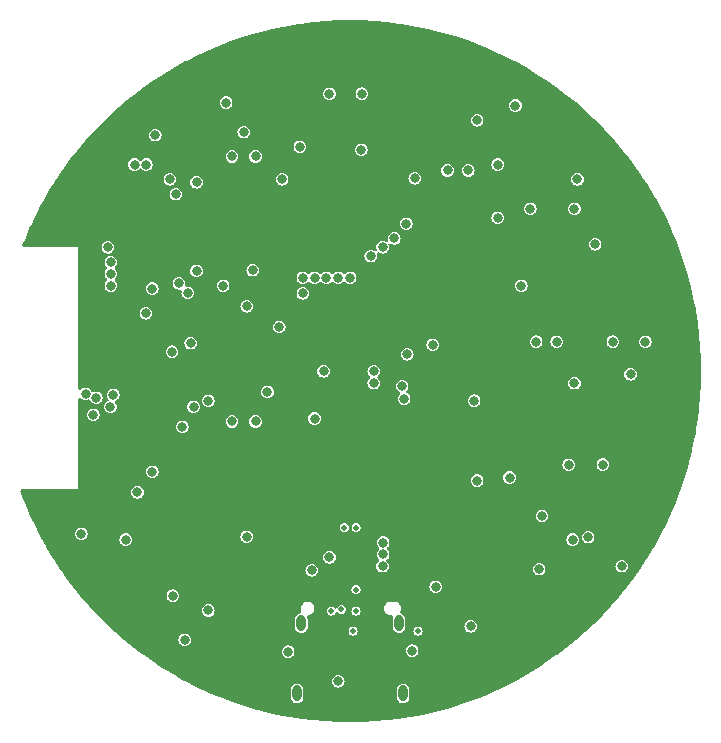
<source format=gbr>
%TF.GenerationSoftware,KiCad,Pcbnew,6.0.7+dfsg-1~bpo11+1*%
%TF.CreationDate,2022-09-06T20:28:50+02:00*%
%TF.ProjectId,pcb,7063622e-6b69-4636-9164-5f7063625858,0.1*%
%TF.SameCoordinates,Original*%
%TF.FileFunction,Copper,L2,Inr*%
%TF.FilePolarity,Positive*%
%FSLAX46Y46*%
G04 Gerber Fmt 4.6, Leading zero omitted, Abs format (unit mm)*
G04 Created by KiCad (PCBNEW 6.0.7+dfsg-1~bpo11+1) date 2022-09-06 20:28:50*
%MOMM*%
%LPD*%
G01*
G04 APERTURE LIST*
%TA.AperFunction,ComponentPad*%
%ADD10O,0.800000X1.400000*%
%TD*%
%TA.AperFunction,ViaPad*%
%ADD11C,0.800000*%
%TD*%
%TA.AperFunction,ViaPad*%
%ADD12C,0.500000*%
%TD*%
G04 APERTURE END LIST*
D10*
%TO.N,/Power/Shield*%
%TO.C,X1*%
X154130000Y-121330000D03*
X145510000Y-127280000D03*
X145870000Y-121330000D03*
X154490000Y-127280000D03*
%TD*%
D11*
%TO.N,BAT_PROT-*%
X157750000Y-111000000D03*
X163750000Y-113083500D03*
X157945647Y-100154500D03*
X154550000Y-100250000D03*
D12*
X143050000Y-84950000D03*
X143050000Y-88550000D03*
X139450000Y-88550000D03*
X139433033Y-84850659D03*
D11*
X145100000Y-88950000D03*
X137679648Y-89595395D03*
X138400000Y-83800000D03*
X162907440Y-117397922D03*
X155750000Y-118050000D03*
X163650000Y-114000000D03*
X159800000Y-108900000D03*
X157000000Y-110000000D03*
%TO.N,BAT-*%
X171400000Y-107900000D03*
X168508636Y-107916500D03*
%TO.N,BAT_PROT-*%
X133631500Y-95000000D03*
D12*
X128600000Y-99750000D03*
D11*
X127500000Y-109000000D03*
X150654500Y-102500000D03*
X159300000Y-100100000D03*
X171100000Y-114800000D03*
X134226600Y-104694135D03*
X152750000Y-80000000D03*
X140425500Y-121600000D03*
X144000000Y-121750000D03*
X134400000Y-86350000D03*
X152500000Y-121900000D03*
D12*
X128581487Y-96849500D03*
D11*
X158300000Y-101000000D03*
X133406500Y-87300000D03*
X127950000Y-105006500D03*
X140000000Y-80500000D03*
X155435168Y-97843971D03*
X130000000Y-85250000D03*
X163864909Y-117456110D03*
D12*
X131501485Y-96849500D03*
D11*
X164289105Y-120590820D03*
X129500000Y-119000000D03*
X158750000Y-116850000D03*
X147000000Y-121900000D03*
X130298000Y-108952000D03*
D12*
X152500000Y-120400000D03*
D11*
X148100000Y-112200000D03*
X173600000Y-114500000D03*
X164700000Y-125000000D03*
X152095500Y-102525000D03*
X140656500Y-100500000D03*
X144750000Y-93500000D03*
X140000000Y-74750000D03*
X160000000Y-74750000D03*
X147250000Y-118600000D03*
X160214000Y-125714000D03*
X152750000Y-118600000D03*
X164200000Y-119000000D03*
X144000000Y-104250000D03*
D12*
X147300000Y-120300000D03*
D11*
X169000000Y-112650000D03*
D12*
X131500000Y-99750000D03*
D11*
X155000000Y-91500000D03*
X140656500Y-99500000D03*
X158100000Y-109500000D03*
X125500000Y-89000000D03*
%TO.N,3.3V*%
X173750000Y-100250000D03*
X144000000Y-96250000D03*
X129500000Y-89500000D03*
X170750000Y-89250000D03*
X150950000Y-81250000D03*
X157250000Y-118250000D03*
X132706919Y-95095500D03*
X136250000Y-93350000D03*
X136000000Y-122750000D03*
X139500000Y-77250000D03*
X137000000Y-84000000D03*
X133250000Y-108500000D03*
X135800000Y-104700000D03*
X151000000Y-76500000D03*
X160206404Y-121587192D03*
X154404500Y-101250000D03*
X164500000Y-92750000D03*
X135250000Y-85000000D03*
X168843500Y-114250000D03*
X133250000Y-93000000D03*
X160000000Y-83000000D03*
X146750000Y-116843500D03*
X127250000Y-113750000D03*
X169000000Y-101000000D03*
X149000000Y-126250000D03*
X154847613Y-98564218D03*
X127600000Y-101900000D03*
X128260193Y-103685796D03*
X147750000Y-100000000D03*
X144250000Y-83750000D03*
X152000000Y-101000000D03*
X141250000Y-94500000D03*
X131000000Y-114250000D03*
X135000000Y-119000000D03*
X164000000Y-77500000D03*
X154575000Y-102325000D03*
X163500000Y-109000000D03*
X141250000Y-114000000D03*
%TO.N,CHRG_OUT*%
X160500000Y-102500000D03*
X157000000Y-97750000D03*
X166250000Y-112250000D03*
D12*
%TO.N,/Power/CC2*%
X155750000Y-122000000D03*
X150250000Y-121993500D03*
D11*
%TO.N,/Power/CHRG_STAT*%
X152750000Y-116500000D03*
X148250000Y-115750000D03*
%TO.N,/Power/~{CHRG_PG}*%
X155250000Y-123654500D03*
X144750000Y-123750000D03*
%TO.N,REGN*%
X160750000Y-109250000D03*
X166000000Y-116750000D03*
%TO.N,NRST*%
X129750000Y-90750000D03*
X145750000Y-81000000D03*
X131750000Y-82500000D03*
%TO.N,BTN0*%
X129750000Y-91750000D03*
X132750000Y-82500000D03*
%TO.N,BTN1*%
X162500000Y-87000000D03*
X162500000Y-82500000D03*
X129750000Y-92750000D03*
X139250000Y-92750000D03*
%TO.N,BAT_SENS*%
X136750000Y-103000000D03*
X129710210Y-103000000D03*
%TO.N,PHOTO*%
X138000000Y-102500000D03*
X152000000Y-100000000D03*
X129952500Y-102000000D03*
%TO.N,Net-(V2-Pad3)*%
X170156500Y-114038350D03*
X173000000Y-116500000D03*
D12*
%TO.N,USB_D-*%
X149500000Y-113250000D03*
D11*
X152790810Y-115501600D03*
D12*
%TO.N,USB_D+*%
X149256500Y-120149502D03*
D11*
X152790810Y-114498400D03*
D12*
X150500000Y-118500000D03*
X150500000Y-113250000D03*
D11*
%TO.N,RXD*%
X136500000Y-97616500D03*
X142000000Y-104250000D03*
%TO.N,TXD*%
X140000000Y-104250000D03*
X134921284Y-98349716D03*
%TO.N,DBG_LED*%
X132000000Y-110250000D03*
X128504500Y-102250000D03*
%TO.N,Ring0_0*%
X148250000Y-76500000D03*
%TO.N,Ring0_1*%
X141000000Y-79750000D03*
%TO.N,Ring0_2*%
X137000000Y-91500000D03*
X134750000Y-83750000D03*
X133500000Y-80000000D03*
%TO.N,Ring0_3*%
X141750000Y-91439000D03*
%TO.N,Ring0_4*%
X148000000Y-92093500D03*
%TO.N,Ring0_5*%
X150000000Y-92093500D03*
X138000000Y-120250000D03*
X146995500Y-104000000D03*
%TO.N,Ring0_6*%
X152750000Y-89500000D03*
%TO.N,Ring0_7*%
X154750000Y-87500000D03*
%TO.N,Ring0_8*%
X165250000Y-86250000D03*
X172250000Y-97500000D03*
X169000000Y-86250000D03*
%TO.N,Ring0_9*%
X175000000Y-97500000D03*
%TO.N,Ring0_10*%
X169250000Y-83750000D03*
%TO.N,Ring0_11*%
X160750000Y-78750000D03*
%TO.N,Ring1_0*%
X142000000Y-81813500D03*
%TO.N,Ring1_1*%
X140000000Y-81813500D03*
%TO.N,Ring1_2*%
X135500000Y-92550000D03*
%TO.N,Ring1_3*%
X143000000Y-101750000D03*
X146000000Y-93406500D03*
X146000000Y-92093500D03*
%TO.N,Ring1_4*%
X147000000Y-92093500D03*
%TO.N,Ring1_5*%
X149000000Y-92093500D03*
%TO.N,Ring1_6*%
X151750000Y-90250000D03*
%TO.N,Ring1_7*%
X153750000Y-88750000D03*
%TO.N,Ring1_8*%
X165750000Y-97500000D03*
%TO.N,Ring1_9*%
X167500000Y-97500000D03*
%TO.N,Ring1_10*%
X155472011Y-83655931D03*
%TO.N,Ring1_11*%
X158250000Y-83000000D03*
D12*
%TO.N,VBUS_CONN*%
X148400000Y-120299502D03*
X150500000Y-120299502D03*
%TD*%
%TA.AperFunction,Conductor*%
%TO.N,BAT_PROT-*%
G36*
X150786990Y-70289237D02*
G01*
X151035186Y-70293569D01*
X151039581Y-70293723D01*
X152071255Y-70347791D01*
X152075643Y-70348097D01*
X153104873Y-70438143D01*
X153109247Y-70438603D01*
X154134667Y-70564509D01*
X154139022Y-70565121D01*
X154406860Y-70607542D01*
X155159465Y-70726743D01*
X155163750Y-70727499D01*
X156177912Y-70924632D01*
X156182192Y-70925542D01*
X156971857Y-71107850D01*
X157188867Y-71157951D01*
X157193134Y-71159015D01*
X158191084Y-71426414D01*
X158195303Y-71427625D01*
X159183269Y-71729677D01*
X159187452Y-71731036D01*
X160164301Y-72067392D01*
X160168433Y-72068896D01*
X161132925Y-72439130D01*
X161137003Y-72440777D01*
X161559920Y-72620294D01*
X162088034Y-72844465D01*
X162092025Y-72846242D01*
X163028400Y-73282881D01*
X163032292Y-73284779D01*
X163849612Y-73701225D01*
X163952856Y-73753830D01*
X163956739Y-73755895D01*
X164860341Y-74256770D01*
X164864115Y-74258949D01*
X165749721Y-74791074D01*
X165753418Y-74793385D01*
X166186657Y-75074733D01*
X166619879Y-75356072D01*
X166623524Y-75358531D01*
X167469820Y-75951112D01*
X167473370Y-75953691D01*
X168209213Y-76508188D01*
X168298489Y-76575462D01*
X168301954Y-76578170D01*
X169104832Y-77228329D01*
X169108201Y-77231156D01*
X169887890Y-77908929D01*
X169891159Y-77911871D01*
X170646787Y-78616505D01*
X170649950Y-78619561D01*
X171380439Y-79350050D01*
X171383494Y-79353212D01*
X171497910Y-79475908D01*
X172088129Y-80108841D01*
X172091071Y-80112110D01*
X172768844Y-80891799D01*
X172771671Y-80895168D01*
X173137517Y-81346949D01*
X173397000Y-81667383D01*
X173421830Y-81698046D01*
X173424536Y-81701509D01*
X174026243Y-82500000D01*
X174046303Y-82526621D01*
X174048888Y-82530180D01*
X174641469Y-83376476D01*
X174643928Y-83380121D01*
X174744559Y-83535078D01*
X175187114Y-84216551D01*
X175206605Y-84246565D01*
X175208926Y-84250279D01*
X175664324Y-85008188D01*
X175741041Y-85135867D01*
X175743230Y-85139659D01*
X175952906Y-85517924D01*
X176244105Y-86043261D01*
X176246170Y-86047144D01*
X176715221Y-86967708D01*
X176717119Y-86971600D01*
X177153752Y-87907962D01*
X177155535Y-87911966D01*
X177291413Y-88232076D01*
X177559223Y-88862997D01*
X177560870Y-88867075D01*
X177931104Y-89831567D01*
X177932608Y-89835699D01*
X178268964Y-90812548D01*
X178270323Y-90816731D01*
X178363544Y-91121643D01*
X178544996Y-91715143D01*
X178572375Y-91804697D01*
X178573586Y-91808916D01*
X178715929Y-92340150D01*
X178840985Y-92806866D01*
X178842049Y-92811133D01*
X178859474Y-92886609D01*
X179068012Y-93789883D01*
X179074456Y-93817797D01*
X179075368Y-93822088D01*
X179250623Y-94723693D01*
X179272497Y-94836227D01*
X179273257Y-94840535D01*
X179357051Y-95369592D01*
X179434879Y-95860978D01*
X179435491Y-95865333D01*
X179561397Y-96890753D01*
X179561857Y-96895127D01*
X179651903Y-97924357D01*
X179652209Y-97928745D01*
X179706277Y-98960419D01*
X179706431Y-98964814D01*
X179724080Y-99975908D01*
X179724462Y-99997801D01*
X179724462Y-100002177D01*
X179711722Y-100732076D01*
X179706431Y-101035186D01*
X179706277Y-101039581D01*
X179652209Y-102071255D01*
X179651903Y-102075643D01*
X179561857Y-103104873D01*
X179561397Y-103109247D01*
X179435491Y-104134667D01*
X179434879Y-104139022D01*
X179414524Y-104267539D01*
X179285308Y-105083383D01*
X179273261Y-105159442D01*
X179272501Y-105163750D01*
X179254153Y-105258142D01*
X179075370Y-106177901D01*
X179074456Y-106182203D01*
X178842049Y-107188867D01*
X178840985Y-107193134D01*
X178790358Y-107382076D01*
X178578139Y-108174092D01*
X178573588Y-108191075D01*
X178572377Y-108195295D01*
X178504642Y-108416846D01*
X178270323Y-109183269D01*
X178268964Y-109187452D01*
X177932608Y-110164301D01*
X177931104Y-110168433D01*
X177560870Y-111132925D01*
X177559223Y-111137003D01*
X177203130Y-111975908D01*
X177155541Y-112088020D01*
X177153758Y-112092025D01*
X176717119Y-113028400D01*
X176715221Y-113032292D01*
X176342266Y-113764258D01*
X176246170Y-113952856D01*
X176244105Y-113956739D01*
X176230947Y-113980476D01*
X175784950Y-114785078D01*
X175743240Y-114860324D01*
X175741051Y-114864115D01*
X175208936Y-115749705D01*
X175206615Y-115753418D01*
X174997587Y-116075293D01*
X174643928Y-116619879D01*
X174641469Y-116623524D01*
X174048888Y-117469820D01*
X174046309Y-117473370D01*
X173443323Y-118273560D01*
X173424538Y-118298489D01*
X173421832Y-118301952D01*
X173357858Y-118380953D01*
X172771671Y-119104832D01*
X172768844Y-119108201D01*
X172091071Y-119887890D01*
X172088129Y-119891159D01*
X171383495Y-120646787D01*
X171380439Y-120649950D01*
X170649950Y-121380439D01*
X170646788Y-121383494D01*
X170324715Y-121683832D01*
X169891159Y-122088129D01*
X169887890Y-122091071D01*
X169108201Y-122768844D01*
X169104832Y-122771671D01*
X168345014Y-123386961D01*
X168301954Y-123421830D01*
X168298491Y-123424536D01*
X167484553Y-124037883D01*
X167473379Y-124046303D01*
X167469820Y-124048888D01*
X166623524Y-124641469D01*
X166619879Y-124643928D01*
X166186657Y-124925267D01*
X165753418Y-125206615D01*
X165749721Y-125208926D01*
X164864115Y-125741051D01*
X164860341Y-125743230D01*
X164209706Y-126103883D01*
X163956739Y-126244105D01*
X163952856Y-126246170D01*
X163849612Y-126298775D01*
X163032292Y-126715221D01*
X163028400Y-126717119D01*
X162092025Y-127153758D01*
X162088034Y-127155535D01*
X161559920Y-127379706D01*
X161137003Y-127559223D01*
X161132925Y-127560870D01*
X160168433Y-127931104D01*
X160164301Y-127932608D01*
X159187452Y-128268964D01*
X159183269Y-128270323D01*
X158195303Y-128572375D01*
X158191084Y-128573586D01*
X157499826Y-128758807D01*
X157193134Y-128840985D01*
X157188867Y-128842049D01*
X156182192Y-129074458D01*
X156177912Y-129075368D01*
X155163750Y-129272501D01*
X155159465Y-129273257D01*
X154479347Y-129380977D01*
X154139022Y-129434879D01*
X154134667Y-129435491D01*
X153109247Y-129561397D01*
X153104873Y-129561857D01*
X152075643Y-129651903D01*
X152071255Y-129652209D01*
X151039581Y-129706277D01*
X151035186Y-129706431D01*
X150786990Y-129710763D01*
X150002177Y-129724462D01*
X149997823Y-129724462D01*
X149213010Y-129710763D01*
X148964814Y-129706431D01*
X148960419Y-129706277D01*
X147928745Y-129652209D01*
X147924357Y-129651903D01*
X146895127Y-129561857D01*
X146890753Y-129561397D01*
X145865333Y-129435491D01*
X145860978Y-129434879D01*
X145520653Y-129380977D01*
X144840535Y-129273257D01*
X144836250Y-129272501D01*
X143822088Y-129075368D01*
X143817808Y-129074458D01*
X142811133Y-128842049D01*
X142806866Y-128840985D01*
X142500174Y-128758807D01*
X141808916Y-128573586D01*
X141804697Y-128572375D01*
X140816731Y-128270323D01*
X140812548Y-128268964D01*
X139835699Y-127932608D01*
X139831567Y-127931104D01*
X139011769Y-127616413D01*
X144979500Y-127616413D01*
X144980082Y-127620658D01*
X144980082Y-127620665D01*
X144986096Y-127664566D01*
X144994238Y-127724003D01*
X144997650Y-127731887D01*
X144997650Y-127731888D01*
X145048552Y-127849516D01*
X145048554Y-127849519D01*
X145051963Y-127857397D01*
X145143433Y-127970354D01*
X145261911Y-128054551D01*
X145398666Y-128103786D01*
X145407226Y-128104415D01*
X145407228Y-128104415D01*
X145482201Y-128109920D01*
X145543624Y-128114431D01*
X145686104Y-128085702D01*
X145815610Y-128019716D01*
X145876551Y-127963678D01*
X145916274Y-127927151D01*
X145922601Y-127921333D01*
X145999193Y-127797803D01*
X146039743Y-127658226D01*
X146040500Y-127647918D01*
X146040500Y-127616413D01*
X153959500Y-127616413D01*
X153960082Y-127620658D01*
X153960082Y-127620665D01*
X153966096Y-127664566D01*
X153974238Y-127724003D01*
X153977650Y-127731887D01*
X153977650Y-127731888D01*
X154028552Y-127849516D01*
X154028554Y-127849519D01*
X154031963Y-127857397D01*
X154123433Y-127970354D01*
X154241911Y-128054551D01*
X154378666Y-128103786D01*
X154387226Y-128104415D01*
X154387228Y-128104415D01*
X154462201Y-128109920D01*
X154523624Y-128114431D01*
X154666104Y-128085702D01*
X154795610Y-128019716D01*
X154856551Y-127963678D01*
X154896274Y-127927151D01*
X154902601Y-127921333D01*
X154979193Y-127797803D01*
X155019743Y-127658226D01*
X155020500Y-127647918D01*
X155020500Y-126943587D01*
X155016185Y-126912082D01*
X155006928Y-126844511D01*
X155005762Y-126835997D01*
X155002350Y-126828112D01*
X154951448Y-126710484D01*
X154951446Y-126710481D01*
X154948037Y-126702603D01*
X154856567Y-126589646D01*
X154755102Y-126517539D01*
X154745091Y-126510425D01*
X154738089Y-126505449D01*
X154601334Y-126456214D01*
X154592774Y-126455585D01*
X154592772Y-126455585D01*
X154517799Y-126450080D01*
X154456376Y-126445569D01*
X154313896Y-126474298D01*
X154184390Y-126540284D01*
X154077399Y-126638667D01*
X154000807Y-126762197D01*
X153998411Y-126770446D01*
X153998410Y-126770447D01*
X153981657Y-126828112D01*
X153960257Y-126901774D01*
X153959500Y-126912082D01*
X153959500Y-127616413D01*
X146040500Y-127616413D01*
X146040500Y-126943587D01*
X146036185Y-126912082D01*
X146026928Y-126844511D01*
X146025762Y-126835997D01*
X146022350Y-126828112D01*
X145971448Y-126710484D01*
X145971446Y-126710481D01*
X145968037Y-126702603D01*
X145876567Y-126589646D01*
X145775102Y-126517539D01*
X145765091Y-126510425D01*
X145758089Y-126505449D01*
X145621334Y-126456214D01*
X145612774Y-126455585D01*
X145612772Y-126455585D01*
X145537799Y-126450080D01*
X145476376Y-126445569D01*
X145333896Y-126474298D01*
X145204390Y-126540284D01*
X145097399Y-126638667D01*
X145020807Y-126762197D01*
X145018411Y-126770446D01*
X145018410Y-126770447D01*
X145001657Y-126828112D01*
X144980257Y-126901774D01*
X144979500Y-126912082D01*
X144979500Y-127616413D01*
X139011769Y-127616413D01*
X138867075Y-127560870D01*
X138862997Y-127559223D01*
X138440080Y-127379706D01*
X137911966Y-127155535D01*
X137907975Y-127153758D01*
X136971600Y-126717119D01*
X136967708Y-126715221D01*
X136150388Y-126298775D01*
X136054661Y-126250000D01*
X148464922Y-126250000D01*
X148483154Y-126388488D01*
X148536609Y-126517539D01*
X148621643Y-126628357D01*
X148732461Y-126713391D01*
X148861512Y-126766846D01*
X149000000Y-126785078D01*
X149008188Y-126784000D01*
X149130300Y-126767924D01*
X149138488Y-126766846D01*
X149267539Y-126713391D01*
X149378357Y-126628357D01*
X149463391Y-126517539D01*
X149516846Y-126388488D01*
X149535078Y-126250000D01*
X149516846Y-126111512D01*
X149463391Y-125982461D01*
X149378357Y-125871643D01*
X149267539Y-125786609D01*
X149138488Y-125733154D01*
X149000000Y-125714922D01*
X148861512Y-125733154D01*
X148732461Y-125786609D01*
X148621643Y-125871643D01*
X148536609Y-125982461D01*
X148483154Y-126111512D01*
X148464922Y-126250000D01*
X136054661Y-126250000D01*
X136047144Y-126246170D01*
X136043261Y-126244105D01*
X135790294Y-126103883D01*
X135139659Y-125743230D01*
X135135885Y-125741051D01*
X134250279Y-125208926D01*
X134246582Y-125206615D01*
X133813343Y-124925267D01*
X133380121Y-124643928D01*
X133376476Y-124641469D01*
X132530180Y-124048888D01*
X132526621Y-124046303D01*
X132515448Y-124037883D01*
X132133414Y-123750000D01*
X144214922Y-123750000D01*
X144233154Y-123888488D01*
X144286609Y-124017539D01*
X144371643Y-124128357D01*
X144482461Y-124213391D01*
X144611512Y-124266846D01*
X144750000Y-124285078D01*
X144758188Y-124284000D01*
X144880300Y-124267924D01*
X144888488Y-124266846D01*
X145017539Y-124213391D01*
X145128357Y-124128357D01*
X145213391Y-124017539D01*
X145266846Y-123888488D01*
X145285078Y-123750000D01*
X145272505Y-123654500D01*
X154714922Y-123654500D01*
X154733154Y-123792988D01*
X154786609Y-123922039D01*
X154871643Y-124032857D01*
X154982461Y-124117891D01*
X155111512Y-124171346D01*
X155250000Y-124189578D01*
X155258188Y-124188500D01*
X155380300Y-124172424D01*
X155388488Y-124171346D01*
X155517539Y-124117891D01*
X155628357Y-124032857D01*
X155713391Y-123922039D01*
X155766846Y-123792988D01*
X155785078Y-123654500D01*
X155766846Y-123516012D01*
X155713391Y-123386961D01*
X155628357Y-123276143D01*
X155517539Y-123191109D01*
X155388488Y-123137654D01*
X155250000Y-123119422D01*
X155111512Y-123137654D01*
X154982461Y-123191109D01*
X154871643Y-123276143D01*
X154786609Y-123386961D01*
X154733154Y-123516012D01*
X154714922Y-123654500D01*
X145272505Y-123654500D01*
X145266846Y-123611512D01*
X145213391Y-123482461D01*
X145128357Y-123371643D01*
X145017539Y-123286609D01*
X144888488Y-123233154D01*
X144750000Y-123214922D01*
X144611512Y-123233154D01*
X144482461Y-123286609D01*
X144371643Y-123371643D01*
X144286609Y-123482461D01*
X144233154Y-123611512D01*
X144214922Y-123750000D01*
X132133414Y-123750000D01*
X131701509Y-123424536D01*
X131698046Y-123421830D01*
X131654987Y-123386961D01*
X130895168Y-122771671D01*
X130891799Y-122768844D01*
X130870121Y-122750000D01*
X135464922Y-122750000D01*
X135483154Y-122888488D01*
X135536609Y-123017539D01*
X135621643Y-123128357D01*
X135732461Y-123213391D01*
X135861512Y-123266846D01*
X136000000Y-123285078D01*
X136008188Y-123284000D01*
X136012374Y-123283449D01*
X136138488Y-123266846D01*
X136267539Y-123213391D01*
X136378357Y-123128357D01*
X136463391Y-123017539D01*
X136516846Y-122888488D01*
X136535078Y-122750000D01*
X136516846Y-122611512D01*
X136463391Y-122482461D01*
X136378357Y-122371643D01*
X136267539Y-122286609D01*
X136138488Y-122233154D01*
X136000000Y-122214922D01*
X135861512Y-122233154D01*
X135732461Y-122286609D01*
X135621643Y-122371643D01*
X135536609Y-122482461D01*
X135483154Y-122611512D01*
X135464922Y-122750000D01*
X130870121Y-122750000D01*
X130112110Y-122091071D01*
X130108841Y-122088129D01*
X129675285Y-121683832D01*
X129656605Y-121666413D01*
X145339500Y-121666413D01*
X145340082Y-121670658D01*
X145340082Y-121670665D01*
X145344326Y-121701645D01*
X145354238Y-121774003D01*
X145357650Y-121781887D01*
X145357650Y-121781888D01*
X145408552Y-121899516D01*
X145408554Y-121899519D01*
X145411963Y-121907397D01*
X145503433Y-122020354D01*
X145621911Y-122104551D01*
X145758666Y-122153786D01*
X145767226Y-122154415D01*
X145767228Y-122154415D01*
X145842201Y-122159920D01*
X145903624Y-122164431D01*
X146046104Y-122135702D01*
X146175610Y-122069716D01*
X146258495Y-121993500D01*
X149864757Y-121993500D01*
X149866308Y-122003293D01*
X149880211Y-122091071D01*
X149883612Y-122112547D01*
X149938332Y-122219940D01*
X150023560Y-122305168D01*
X150130953Y-122359888D01*
X150140742Y-122361438D01*
X150140744Y-122361439D01*
X150240207Y-122377192D01*
X150250000Y-122378743D01*
X150259793Y-122377192D01*
X150359256Y-122361439D01*
X150359258Y-122361438D01*
X150369047Y-122359888D01*
X150476440Y-122305168D01*
X150561668Y-122219940D01*
X150616388Y-122112547D01*
X150619790Y-122091071D01*
X150633692Y-122003293D01*
X150635243Y-121993500D01*
X150616388Y-121874453D01*
X150561668Y-121767060D01*
X150476440Y-121681832D01*
X150369047Y-121627112D01*
X150359258Y-121625562D01*
X150359256Y-121625561D01*
X150259793Y-121609808D01*
X150250000Y-121608257D01*
X150240207Y-121609808D01*
X150140744Y-121625561D01*
X150140742Y-121625562D01*
X150130953Y-121627112D01*
X150023560Y-121681832D01*
X149938332Y-121767060D01*
X149883612Y-121874453D01*
X149864757Y-121993500D01*
X146258495Y-121993500D01*
X146282601Y-121971333D01*
X146290249Y-121958999D01*
X146354666Y-121855104D01*
X146359193Y-121847803D01*
X146399743Y-121708226D01*
X146400500Y-121697918D01*
X146400500Y-120993587D01*
X146396185Y-120962082D01*
X146386928Y-120894511D01*
X146385762Y-120885997D01*
X146362131Y-120831389D01*
X146353434Y-120760929D01*
X146384211Y-120696950D01*
X146444693Y-120659768D01*
X146461322Y-120656427D01*
X146543092Y-120645662D01*
X146551280Y-120644584D01*
X146692250Y-120586192D01*
X146813304Y-120493304D01*
X146906192Y-120372250D01*
X146936325Y-120299502D01*
X148014757Y-120299502D01*
X148016308Y-120309295D01*
X148031387Y-120404498D01*
X148033612Y-120418549D01*
X148088332Y-120525942D01*
X148173560Y-120611170D01*
X148280953Y-120665890D01*
X148290742Y-120667440D01*
X148290744Y-120667441D01*
X148390207Y-120683194D01*
X148400000Y-120684745D01*
X148409793Y-120683194D01*
X148509256Y-120667441D01*
X148509258Y-120667440D01*
X148519047Y-120665890D01*
X148626440Y-120611170D01*
X148711668Y-120525942D01*
X148719838Y-120509909D01*
X148762269Y-120426633D01*
X148811018Y-120375018D01*
X148879933Y-120357952D01*
X148947134Y-120380853D01*
X148963631Y-120394741D01*
X149030060Y-120461170D01*
X149137453Y-120515890D01*
X149147242Y-120517440D01*
X149147244Y-120517441D01*
X149246707Y-120533194D01*
X149256500Y-120534745D01*
X149266293Y-120533194D01*
X149365756Y-120517441D01*
X149365758Y-120517440D01*
X149375547Y-120515890D01*
X149482940Y-120461170D01*
X149568168Y-120375942D01*
X149607117Y-120299502D01*
X150114757Y-120299502D01*
X150116308Y-120309295D01*
X150131387Y-120404498D01*
X150133612Y-120418549D01*
X150188332Y-120525942D01*
X150273560Y-120611170D01*
X150380953Y-120665890D01*
X150390742Y-120667440D01*
X150390744Y-120667441D01*
X150490207Y-120683194D01*
X150500000Y-120684745D01*
X150509793Y-120683194D01*
X150609256Y-120667441D01*
X150609258Y-120667440D01*
X150619047Y-120665890D01*
X150726440Y-120611170D01*
X150811668Y-120525942D01*
X150866388Y-120418549D01*
X150868614Y-120404498D01*
X150883692Y-120309295D01*
X150885243Y-120299502D01*
X150866388Y-120180455D01*
X150815203Y-120080000D01*
X152865500Y-120080000D01*
X152885416Y-120231280D01*
X152888575Y-120238906D01*
X152888576Y-120238909D01*
X152893170Y-120250000D01*
X152943808Y-120372250D01*
X153036696Y-120493304D01*
X153157750Y-120586192D01*
X153298720Y-120644584D01*
X153306908Y-120645662D01*
X153388678Y-120656427D01*
X153412020Y-120659500D01*
X153517354Y-120659500D01*
X153585475Y-120679502D01*
X153631968Y-120733158D01*
X153642072Y-120803432D01*
X153638352Y-120820647D01*
X153600257Y-120951774D01*
X153599500Y-120962082D01*
X153599500Y-121666413D01*
X153600082Y-121670658D01*
X153600082Y-121670665D01*
X153604326Y-121701645D01*
X153614238Y-121774003D01*
X153617650Y-121781887D01*
X153617650Y-121781888D01*
X153668552Y-121899516D01*
X153668554Y-121899519D01*
X153671963Y-121907397D01*
X153763433Y-122020354D01*
X153881911Y-122104551D01*
X154018666Y-122153786D01*
X154027226Y-122154415D01*
X154027228Y-122154415D01*
X154102201Y-122159920D01*
X154163624Y-122164431D01*
X154306104Y-122135702D01*
X154435610Y-122069716D01*
X154511426Y-122000000D01*
X155364757Y-122000000D01*
X155366308Y-122009793D01*
X155381406Y-122105116D01*
X155383612Y-122119047D01*
X155438332Y-122226440D01*
X155523560Y-122311668D01*
X155630953Y-122366388D01*
X155640742Y-122367938D01*
X155640744Y-122367939D01*
X155740207Y-122383692D01*
X155750000Y-122385243D01*
X155759793Y-122383692D01*
X155859256Y-122367939D01*
X155859258Y-122367938D01*
X155869047Y-122366388D01*
X155976440Y-122311668D01*
X156061668Y-122226440D01*
X156116388Y-122119047D01*
X156118595Y-122105116D01*
X156133692Y-122009793D01*
X156135243Y-122000000D01*
X156133692Y-121990207D01*
X156117939Y-121890744D01*
X156117938Y-121890742D01*
X156116388Y-121880953D01*
X156061668Y-121773560D01*
X155976440Y-121688332D01*
X155869047Y-121633612D01*
X155859258Y-121632062D01*
X155859256Y-121632061D01*
X155759793Y-121616308D01*
X155750000Y-121614757D01*
X155740207Y-121616308D01*
X155640744Y-121632061D01*
X155640742Y-121632062D01*
X155630953Y-121633612D01*
X155523560Y-121688332D01*
X155438332Y-121773560D01*
X155383612Y-121880953D01*
X155382062Y-121890742D01*
X155382061Y-121890744D01*
X155366308Y-121990207D01*
X155364757Y-122000000D01*
X154511426Y-122000000D01*
X154542601Y-121971333D01*
X154550249Y-121958999D01*
X154614666Y-121855104D01*
X154619193Y-121847803D01*
X154659743Y-121708226D01*
X154660500Y-121697918D01*
X154660500Y-121587192D01*
X159671326Y-121587192D01*
X159689558Y-121725680D01*
X159743013Y-121854731D01*
X159828047Y-121965549D01*
X159938865Y-122050583D01*
X160067916Y-122104038D01*
X160206404Y-122122270D01*
X160214592Y-122121192D01*
X160230886Y-122119047D01*
X160344892Y-122104038D01*
X160473943Y-122050583D01*
X160584761Y-121965549D01*
X160669795Y-121854731D01*
X160723250Y-121725680D01*
X160741482Y-121587192D01*
X160723250Y-121448704D01*
X160669795Y-121319653D01*
X160584761Y-121208835D01*
X160473943Y-121123801D01*
X160344892Y-121070346D01*
X160206404Y-121052114D01*
X160067916Y-121070346D01*
X159938865Y-121123801D01*
X159828047Y-121208835D01*
X159743013Y-121319653D01*
X159689558Y-121448704D01*
X159671326Y-121587192D01*
X154660500Y-121587192D01*
X154660500Y-120993587D01*
X154656185Y-120962082D01*
X154646928Y-120894511D01*
X154645762Y-120885997D01*
X154642350Y-120878112D01*
X154591448Y-120760484D01*
X154591446Y-120760481D01*
X154588037Y-120752603D01*
X154496567Y-120639646D01*
X154446632Y-120604159D01*
X154385091Y-120560425D01*
X154378089Y-120555449D01*
X154330248Y-120538225D01*
X154272930Y-120496329D01*
X154247362Y-120430097D01*
X154256521Y-120371456D01*
X154311424Y-120238909D01*
X154311425Y-120238906D01*
X154314584Y-120231280D01*
X154334500Y-120080000D01*
X154314584Y-119928720D01*
X154309237Y-119915810D01*
X154298369Y-119889573D01*
X154256192Y-119787750D01*
X154163304Y-119666696D01*
X154042250Y-119573808D01*
X153901280Y-119515416D01*
X153787980Y-119500500D01*
X153412020Y-119500500D01*
X153298720Y-119515416D01*
X153157750Y-119573808D01*
X153036696Y-119666696D01*
X152943808Y-119787750D01*
X152901631Y-119889573D01*
X152890764Y-119915810D01*
X152885416Y-119928720D01*
X152865500Y-120080000D01*
X150815203Y-120080000D01*
X150811668Y-120073062D01*
X150726440Y-119987834D01*
X150619047Y-119933114D01*
X150609258Y-119931564D01*
X150609256Y-119931563D01*
X150509793Y-119915810D01*
X150500000Y-119914259D01*
X150490207Y-119915810D01*
X150390744Y-119931563D01*
X150390742Y-119931564D01*
X150380953Y-119933114D01*
X150273560Y-119987834D01*
X150188332Y-120073062D01*
X150133612Y-120180455D01*
X150114757Y-120299502D01*
X149607117Y-120299502D01*
X149622888Y-120268549D01*
X149627583Y-120238909D01*
X149640192Y-120159295D01*
X149641743Y-120149502D01*
X149629438Y-120071812D01*
X149624439Y-120040246D01*
X149624438Y-120040244D01*
X149622888Y-120030455D01*
X149568168Y-119923062D01*
X149482940Y-119837834D01*
X149375547Y-119783114D01*
X149365758Y-119781564D01*
X149365756Y-119781563D01*
X149266293Y-119765810D01*
X149256500Y-119764259D01*
X149246707Y-119765810D01*
X149147244Y-119781563D01*
X149147242Y-119781564D01*
X149137453Y-119783114D01*
X149030060Y-119837834D01*
X148944832Y-119923062D01*
X148940332Y-119931894D01*
X148940331Y-119931895D01*
X148894231Y-120022371D01*
X148845482Y-120073986D01*
X148776567Y-120091052D01*
X148709366Y-120068151D01*
X148692869Y-120054263D01*
X148626440Y-119987834D01*
X148519047Y-119933114D01*
X148509258Y-119931564D01*
X148509256Y-119931563D01*
X148409793Y-119915810D01*
X148400000Y-119914259D01*
X148390207Y-119915810D01*
X148290744Y-119931563D01*
X148290742Y-119931564D01*
X148280953Y-119933114D01*
X148173560Y-119987834D01*
X148088332Y-120073062D01*
X148033612Y-120180455D01*
X148014757Y-120299502D01*
X146936325Y-120299502D01*
X146956830Y-120250000D01*
X146961424Y-120238909D01*
X146961425Y-120238906D01*
X146964584Y-120231280D01*
X146984500Y-120080000D01*
X146964584Y-119928720D01*
X146959237Y-119915810D01*
X146948369Y-119889573D01*
X146906192Y-119787750D01*
X146813304Y-119666696D01*
X146692250Y-119573808D01*
X146551280Y-119515416D01*
X146437980Y-119500500D01*
X146362020Y-119500500D01*
X146248720Y-119515416D01*
X146107750Y-119573808D01*
X145986696Y-119666696D01*
X145893808Y-119787750D01*
X145851631Y-119889573D01*
X145840764Y-119915810D01*
X145835416Y-119928720D01*
X145815500Y-120080000D01*
X145835416Y-120231280D01*
X145877927Y-120333911D01*
X145885516Y-120404498D01*
X145853737Y-120467985D01*
X145786423Y-120505641D01*
X145749318Y-120513123D01*
X145693896Y-120524298D01*
X145564390Y-120590284D01*
X145558064Y-120596101D01*
X145488827Y-120659768D01*
X145457399Y-120688667D01*
X145452871Y-120695969D01*
X145452870Y-120695971D01*
X145442069Y-120713391D01*
X145380807Y-120812197D01*
X145378411Y-120820446D01*
X145378410Y-120820447D01*
X145375231Y-120831390D01*
X145340257Y-120951774D01*
X145339500Y-120962082D01*
X145339500Y-121666413D01*
X129656605Y-121666413D01*
X129353212Y-121383494D01*
X129350050Y-121380439D01*
X128619561Y-120649950D01*
X128616505Y-120646787D01*
X128246495Y-120250000D01*
X137464922Y-120250000D01*
X137483154Y-120388488D01*
X137536609Y-120517539D01*
X137621643Y-120628357D01*
X137732461Y-120713391D01*
X137861512Y-120766846D01*
X138000000Y-120785078D01*
X138008188Y-120784000D01*
X138130300Y-120767924D01*
X138138488Y-120766846D01*
X138267539Y-120713391D01*
X138378357Y-120628357D01*
X138463391Y-120517539D01*
X138516846Y-120388488D01*
X138535078Y-120250000D01*
X138516846Y-120111512D01*
X138463391Y-119982461D01*
X138378357Y-119871643D01*
X138267539Y-119786609D01*
X138138488Y-119733154D01*
X138000000Y-119714922D01*
X137861512Y-119733154D01*
X137732461Y-119786609D01*
X137621643Y-119871643D01*
X137536609Y-119982461D01*
X137483154Y-120111512D01*
X137464922Y-120250000D01*
X128246495Y-120250000D01*
X127911871Y-119891159D01*
X127908929Y-119887890D01*
X127231156Y-119108201D01*
X127228329Y-119104832D01*
X127143438Y-119000000D01*
X134464922Y-119000000D01*
X134483154Y-119138488D01*
X134536609Y-119267539D01*
X134621643Y-119378357D01*
X134732461Y-119463391D01*
X134861512Y-119516846D01*
X135000000Y-119535078D01*
X135008188Y-119534000D01*
X135130300Y-119517924D01*
X135138488Y-119516846D01*
X135267539Y-119463391D01*
X135378357Y-119378357D01*
X135463391Y-119267539D01*
X135516846Y-119138488D01*
X135535078Y-119000000D01*
X135516846Y-118861512D01*
X135463391Y-118732461D01*
X135378357Y-118621643D01*
X135267539Y-118536609D01*
X135179158Y-118500000D01*
X150114757Y-118500000D01*
X150133612Y-118619047D01*
X150188332Y-118726440D01*
X150273560Y-118811668D01*
X150380953Y-118866388D01*
X150390742Y-118867938D01*
X150390744Y-118867939D01*
X150490207Y-118883692D01*
X150500000Y-118885243D01*
X150509793Y-118883692D01*
X150609256Y-118867939D01*
X150609258Y-118867938D01*
X150619047Y-118866388D01*
X150726440Y-118811668D01*
X150811668Y-118726440D01*
X150866388Y-118619047D01*
X150885243Y-118500000D01*
X150866388Y-118380953D01*
X150811668Y-118273560D01*
X150788108Y-118250000D01*
X156714922Y-118250000D01*
X156733154Y-118388488D01*
X156786609Y-118517539D01*
X156871643Y-118628357D01*
X156982461Y-118713391D01*
X157111512Y-118766846D01*
X157250000Y-118785078D01*
X157258188Y-118784000D01*
X157380300Y-118767924D01*
X157388488Y-118766846D01*
X157517539Y-118713391D01*
X157628357Y-118628357D01*
X157713391Y-118517539D01*
X157766846Y-118388488D01*
X157785078Y-118250000D01*
X157770348Y-118138113D01*
X157767924Y-118119700D01*
X157766846Y-118111512D01*
X157713391Y-117982461D01*
X157628357Y-117871643D01*
X157517539Y-117786609D01*
X157388488Y-117733154D01*
X157250000Y-117714922D01*
X157111512Y-117733154D01*
X156982461Y-117786609D01*
X156871643Y-117871643D01*
X156786609Y-117982461D01*
X156733154Y-118111512D01*
X156732076Y-118119700D01*
X156729652Y-118138113D01*
X156714922Y-118250000D01*
X150788108Y-118250000D01*
X150726440Y-118188332D01*
X150619047Y-118133612D01*
X150609258Y-118132062D01*
X150609256Y-118132061D01*
X150509793Y-118116308D01*
X150500000Y-118114757D01*
X150490207Y-118116308D01*
X150390744Y-118132061D01*
X150390742Y-118132062D01*
X150380953Y-118133612D01*
X150273560Y-118188332D01*
X150188332Y-118273560D01*
X150133612Y-118380953D01*
X150114757Y-118500000D01*
X135179158Y-118500000D01*
X135138488Y-118483154D01*
X135000000Y-118464922D01*
X134861512Y-118483154D01*
X134732461Y-118536609D01*
X134621643Y-118621643D01*
X134536609Y-118732461D01*
X134483154Y-118861512D01*
X134464922Y-119000000D01*
X127143438Y-119000000D01*
X126642142Y-118380953D01*
X126578168Y-118301952D01*
X126575462Y-118298489D01*
X126556677Y-118273560D01*
X125953691Y-117473370D01*
X125951112Y-117469820D01*
X125512559Y-116843500D01*
X146214922Y-116843500D01*
X146233154Y-116981988D01*
X146286609Y-117111039D01*
X146371643Y-117221857D01*
X146482461Y-117306891D01*
X146611512Y-117360346D01*
X146750000Y-117378578D01*
X146758188Y-117377500D01*
X146880300Y-117361424D01*
X146888488Y-117360346D01*
X147017539Y-117306891D01*
X147128357Y-117221857D01*
X147213391Y-117111039D01*
X147266846Y-116981988D01*
X147285078Y-116843500D01*
X147266846Y-116705012D01*
X147213391Y-116575961D01*
X147155104Y-116500000D01*
X152214922Y-116500000D01*
X152233154Y-116638488D01*
X152286609Y-116767539D01*
X152371643Y-116878357D01*
X152482461Y-116963391D01*
X152611512Y-117016846D01*
X152750000Y-117035078D01*
X152758188Y-117034000D01*
X152880300Y-117017924D01*
X152888488Y-117016846D01*
X153017539Y-116963391D01*
X153128357Y-116878357D01*
X153213391Y-116767539D01*
X153220656Y-116750000D01*
X165464922Y-116750000D01*
X165483154Y-116888488D01*
X165536609Y-117017539D01*
X165621643Y-117128357D01*
X165732461Y-117213391D01*
X165861512Y-117266846D01*
X166000000Y-117285078D01*
X166008188Y-117284000D01*
X166130300Y-117267924D01*
X166138488Y-117266846D01*
X166267539Y-117213391D01*
X166378357Y-117128357D01*
X166463391Y-117017539D01*
X166516846Y-116888488D01*
X166535078Y-116750000D01*
X166516846Y-116611512D01*
X166470656Y-116500000D01*
X172464922Y-116500000D01*
X172483154Y-116638488D01*
X172536609Y-116767539D01*
X172621643Y-116878357D01*
X172732461Y-116963391D01*
X172861512Y-117016846D01*
X173000000Y-117035078D01*
X173008188Y-117034000D01*
X173130300Y-117017924D01*
X173138488Y-117016846D01*
X173267539Y-116963391D01*
X173378357Y-116878357D01*
X173463391Y-116767539D01*
X173516846Y-116638488D01*
X173535078Y-116500000D01*
X173516846Y-116361512D01*
X173463391Y-116232461D01*
X173378357Y-116121643D01*
X173267539Y-116036609D01*
X173138488Y-115983154D01*
X173000000Y-115964922D01*
X172861512Y-115983154D01*
X172732461Y-116036609D01*
X172621643Y-116121643D01*
X172536609Y-116232461D01*
X172483154Y-116361512D01*
X172464922Y-116500000D01*
X166470656Y-116500000D01*
X166463391Y-116482461D01*
X166378357Y-116371643D01*
X166267539Y-116286609D01*
X166138488Y-116233154D01*
X166000000Y-116214922D01*
X165861512Y-116233154D01*
X165732461Y-116286609D01*
X165621643Y-116371643D01*
X165536609Y-116482461D01*
X165483154Y-116611512D01*
X165464922Y-116750000D01*
X153220656Y-116750000D01*
X153266846Y-116638488D01*
X153285078Y-116500000D01*
X153266846Y-116361512D01*
X153213391Y-116232461D01*
X153128357Y-116121643D01*
X153121549Y-116116419D01*
X153121387Y-116116197D01*
X153115966Y-116110776D01*
X153116811Y-116109931D01*
X153079682Y-116059081D01*
X153075460Y-115988210D01*
X153110224Y-115926307D01*
X153121540Y-115916502D01*
X153169167Y-115879957D01*
X153254201Y-115769139D01*
X153307656Y-115640088D01*
X153325888Y-115501600D01*
X153307656Y-115363112D01*
X153254201Y-115234061D01*
X153169167Y-115123243D01*
X153138825Y-115099961D01*
X153096959Y-115042624D01*
X153092738Y-114971753D01*
X153127503Y-114909850D01*
X153138820Y-114900043D01*
X153169167Y-114876757D01*
X153254201Y-114765939D01*
X153307656Y-114636888D01*
X153325888Y-114498400D01*
X153307656Y-114359912D01*
X153262129Y-114250000D01*
X168308422Y-114250000D01*
X168326654Y-114388488D01*
X168380109Y-114517539D01*
X168465143Y-114628357D01*
X168575961Y-114713391D01*
X168705012Y-114766846D01*
X168843500Y-114785078D01*
X168851688Y-114784000D01*
X168973800Y-114767924D01*
X168981988Y-114766846D01*
X169111039Y-114713391D01*
X169221857Y-114628357D01*
X169306891Y-114517539D01*
X169360346Y-114388488D01*
X169378578Y-114250000D01*
X169360346Y-114111512D01*
X169330041Y-114038350D01*
X169621422Y-114038350D01*
X169639654Y-114176838D01*
X169693109Y-114305889D01*
X169778143Y-114416707D01*
X169888961Y-114501741D01*
X170018012Y-114555196D01*
X170156500Y-114573428D01*
X170164688Y-114572350D01*
X170286800Y-114556274D01*
X170294988Y-114555196D01*
X170424039Y-114501741D01*
X170534857Y-114416707D01*
X170619891Y-114305889D01*
X170673346Y-114176838D01*
X170691578Y-114038350D01*
X170673346Y-113899862D01*
X170619891Y-113770811D01*
X170534857Y-113659993D01*
X170424039Y-113574959D01*
X170294988Y-113521504D01*
X170156500Y-113503272D01*
X170018012Y-113521504D01*
X169888961Y-113574959D01*
X169778143Y-113659993D01*
X169693109Y-113770811D01*
X169639654Y-113899862D01*
X169621422Y-114038350D01*
X169330041Y-114038350D01*
X169306891Y-113982461D01*
X169221857Y-113871643D01*
X169111039Y-113786609D01*
X168981988Y-113733154D01*
X168843500Y-113714922D01*
X168705012Y-113733154D01*
X168575961Y-113786609D01*
X168465143Y-113871643D01*
X168380109Y-113982461D01*
X168326654Y-114111512D01*
X168308422Y-114250000D01*
X153262129Y-114250000D01*
X153254201Y-114230861D01*
X153169167Y-114120043D01*
X153058349Y-114035009D01*
X152929298Y-113981554D01*
X152790810Y-113963322D01*
X152652322Y-113981554D01*
X152523271Y-114035009D01*
X152412453Y-114120043D01*
X152327419Y-114230861D01*
X152273964Y-114359912D01*
X152255732Y-114498400D01*
X152273964Y-114636888D01*
X152327419Y-114765939D01*
X152412453Y-114876757D01*
X152442795Y-114900039D01*
X152484661Y-114957376D01*
X152488882Y-115028247D01*
X152454117Y-115090150D01*
X152442800Y-115099957D01*
X152412453Y-115123243D01*
X152327419Y-115234061D01*
X152273964Y-115363112D01*
X152255732Y-115501600D01*
X152273964Y-115640088D01*
X152327419Y-115769139D01*
X152412453Y-115879957D01*
X152419002Y-115884982D01*
X152419003Y-115884983D01*
X152419261Y-115885181D01*
X152419423Y-115885403D01*
X152424844Y-115890824D01*
X152423999Y-115891669D01*
X152461128Y-115942519D01*
X152465350Y-116013390D01*
X152430586Y-116075293D01*
X152419270Y-116085098D01*
X152371643Y-116121643D01*
X152286609Y-116232461D01*
X152233154Y-116361512D01*
X152214922Y-116500000D01*
X147155104Y-116500000D01*
X147128357Y-116465143D01*
X147017539Y-116380109D01*
X146888488Y-116326654D01*
X146750000Y-116308422D01*
X146611512Y-116326654D01*
X146482461Y-116380109D01*
X146371643Y-116465143D01*
X146286609Y-116575961D01*
X146233154Y-116705012D01*
X146214922Y-116843500D01*
X125512559Y-116843500D01*
X125358531Y-116623524D01*
X125356072Y-116619879D01*
X125002413Y-116075293D01*
X124793385Y-115753418D01*
X124791248Y-115750000D01*
X147714922Y-115750000D01*
X147733154Y-115888488D01*
X147786609Y-116017539D01*
X147871643Y-116128357D01*
X147982461Y-116213391D01*
X148111512Y-116266846D01*
X148250000Y-116285078D01*
X148258188Y-116284000D01*
X148262374Y-116283449D01*
X148388488Y-116266846D01*
X148517539Y-116213391D01*
X148628357Y-116128357D01*
X148713391Y-116017539D01*
X148766846Y-115888488D01*
X148785078Y-115750000D01*
X148766846Y-115611512D01*
X148713391Y-115482461D01*
X148628357Y-115371643D01*
X148517539Y-115286609D01*
X148388488Y-115233154D01*
X148250000Y-115214922D01*
X148111512Y-115233154D01*
X147982461Y-115286609D01*
X147871643Y-115371643D01*
X147786609Y-115482461D01*
X147733154Y-115611512D01*
X147714922Y-115750000D01*
X124791248Y-115750000D01*
X124791064Y-115749705D01*
X124258949Y-114864115D01*
X124256760Y-114860324D01*
X124215051Y-114785078D01*
X123769053Y-113980476D01*
X123755895Y-113956739D01*
X123753830Y-113952856D01*
X123657734Y-113764258D01*
X123650469Y-113750000D01*
X126714922Y-113750000D01*
X126733154Y-113888488D01*
X126786609Y-114017539D01*
X126871643Y-114128357D01*
X126982461Y-114213391D01*
X127111512Y-114266846D01*
X127250000Y-114285078D01*
X127258188Y-114284000D01*
X127380300Y-114267924D01*
X127388488Y-114266846D01*
X127429158Y-114250000D01*
X130464922Y-114250000D01*
X130483154Y-114388488D01*
X130536609Y-114517539D01*
X130621643Y-114628357D01*
X130732461Y-114713391D01*
X130861512Y-114766846D01*
X131000000Y-114785078D01*
X131008188Y-114784000D01*
X131130300Y-114767924D01*
X131138488Y-114766846D01*
X131267539Y-114713391D01*
X131378357Y-114628357D01*
X131463391Y-114517539D01*
X131516846Y-114388488D01*
X131535078Y-114250000D01*
X131516846Y-114111512D01*
X131470656Y-114000000D01*
X140714922Y-114000000D01*
X140733154Y-114138488D01*
X140786609Y-114267539D01*
X140871643Y-114378357D01*
X140982461Y-114463391D01*
X141111512Y-114516846D01*
X141250000Y-114535078D01*
X141258188Y-114534000D01*
X141380300Y-114517924D01*
X141388488Y-114516846D01*
X141517539Y-114463391D01*
X141628357Y-114378357D01*
X141713391Y-114267539D01*
X141766846Y-114138488D01*
X141785078Y-114000000D01*
X141766846Y-113861512D01*
X141713391Y-113732461D01*
X141628357Y-113621643D01*
X141517539Y-113536609D01*
X141388488Y-113483154D01*
X141250000Y-113464922D01*
X141111512Y-113483154D01*
X140982461Y-113536609D01*
X140871643Y-113621643D01*
X140786609Y-113732461D01*
X140733154Y-113861512D01*
X140714922Y-114000000D01*
X131470656Y-114000000D01*
X131463391Y-113982461D01*
X131378357Y-113871643D01*
X131267539Y-113786609D01*
X131138488Y-113733154D01*
X131000000Y-113714922D01*
X130861512Y-113733154D01*
X130732461Y-113786609D01*
X130621643Y-113871643D01*
X130536609Y-113982461D01*
X130483154Y-114111512D01*
X130464922Y-114250000D01*
X127429158Y-114250000D01*
X127517539Y-114213391D01*
X127628357Y-114128357D01*
X127713391Y-114017539D01*
X127766846Y-113888488D01*
X127785078Y-113750000D01*
X127766846Y-113611512D01*
X127713391Y-113482461D01*
X127628357Y-113371643D01*
X127517539Y-113286609D01*
X127429158Y-113250000D01*
X149114757Y-113250000D01*
X149133612Y-113369047D01*
X149188332Y-113476440D01*
X149273560Y-113561668D01*
X149380953Y-113616388D01*
X149390742Y-113617938D01*
X149390744Y-113617939D01*
X149490207Y-113633692D01*
X149500000Y-113635243D01*
X149509793Y-113633692D01*
X149609256Y-113617939D01*
X149609258Y-113617938D01*
X149619047Y-113616388D01*
X149726440Y-113561668D01*
X149811668Y-113476440D01*
X149866388Y-113369047D01*
X149875551Y-113311194D01*
X149904246Y-113250663D01*
X149903607Y-113250239D01*
X149903195Y-113249337D01*
X150095754Y-113249337D01*
X150096393Y-113249761D01*
X150124449Y-113311194D01*
X150133612Y-113369047D01*
X150188332Y-113476440D01*
X150273560Y-113561668D01*
X150380953Y-113616388D01*
X150390742Y-113617938D01*
X150390744Y-113617939D01*
X150490207Y-113633692D01*
X150500000Y-113635243D01*
X150509793Y-113633692D01*
X150609256Y-113617939D01*
X150609258Y-113617938D01*
X150619047Y-113616388D01*
X150726440Y-113561668D01*
X150811668Y-113476440D01*
X150866388Y-113369047D01*
X150885243Y-113250000D01*
X150866388Y-113130953D01*
X150811668Y-113023560D01*
X150726440Y-112938332D01*
X150619047Y-112883612D01*
X150609258Y-112882062D01*
X150609256Y-112882061D01*
X150509793Y-112866308D01*
X150500000Y-112864757D01*
X150490207Y-112866308D01*
X150390744Y-112882061D01*
X150390742Y-112882062D01*
X150380953Y-112883612D01*
X150273560Y-112938332D01*
X150188332Y-113023560D01*
X150133612Y-113130953D01*
X150132062Y-113140742D01*
X150132061Y-113140744D01*
X150124449Y-113188806D01*
X150095754Y-113249337D01*
X149903195Y-113249337D01*
X149875551Y-113188806D01*
X149867939Y-113140744D01*
X149867938Y-113140742D01*
X149866388Y-113130953D01*
X149811668Y-113023560D01*
X149726440Y-112938332D01*
X149619047Y-112883612D01*
X149609258Y-112882062D01*
X149609256Y-112882061D01*
X149509793Y-112866308D01*
X149500000Y-112864757D01*
X149490207Y-112866308D01*
X149390744Y-112882061D01*
X149390742Y-112882062D01*
X149380953Y-112883612D01*
X149273560Y-112938332D01*
X149188332Y-113023560D01*
X149133612Y-113130953D01*
X149114757Y-113250000D01*
X127429158Y-113250000D01*
X127388488Y-113233154D01*
X127250000Y-113214922D01*
X127111512Y-113233154D01*
X126982461Y-113286609D01*
X126871643Y-113371643D01*
X126786609Y-113482461D01*
X126733154Y-113611512D01*
X126714922Y-113750000D01*
X123650469Y-113750000D01*
X123284779Y-113032292D01*
X123282881Y-113028400D01*
X122919907Y-112250000D01*
X165714922Y-112250000D01*
X165733154Y-112388488D01*
X165786609Y-112517539D01*
X165871643Y-112628357D01*
X165982461Y-112713391D01*
X166111512Y-112766846D01*
X166250000Y-112785078D01*
X166258188Y-112784000D01*
X166380300Y-112767924D01*
X166388488Y-112766846D01*
X166517539Y-112713391D01*
X166628357Y-112628357D01*
X166713391Y-112517539D01*
X166766846Y-112388488D01*
X166785078Y-112250000D01*
X166766846Y-112111512D01*
X166713391Y-111982461D01*
X166628357Y-111871643D01*
X166517539Y-111786609D01*
X166388488Y-111733154D01*
X166250000Y-111714922D01*
X166111512Y-111733154D01*
X165982461Y-111786609D01*
X165871643Y-111871643D01*
X165786609Y-111982461D01*
X165733154Y-112111512D01*
X165714922Y-112250000D01*
X122919907Y-112250000D01*
X122846242Y-112092025D01*
X122844459Y-112088020D01*
X122796871Y-111975908D01*
X122440777Y-111137003D01*
X122439130Y-111132925D01*
X122242930Y-110621807D01*
X122100207Y-110250000D01*
X131464922Y-110250000D01*
X131483154Y-110388488D01*
X131536609Y-110517539D01*
X131621643Y-110628357D01*
X131732461Y-110713391D01*
X131861512Y-110766846D01*
X132000000Y-110785078D01*
X132008188Y-110784000D01*
X132130300Y-110767924D01*
X132138488Y-110766846D01*
X132267539Y-110713391D01*
X132378357Y-110628357D01*
X132463391Y-110517539D01*
X132516846Y-110388488D01*
X132535078Y-110250000D01*
X132516846Y-110111512D01*
X132463391Y-109982461D01*
X132378357Y-109871643D01*
X132267539Y-109786609D01*
X132138488Y-109733154D01*
X132000000Y-109714922D01*
X131861512Y-109733154D01*
X131732461Y-109786609D01*
X131621643Y-109871643D01*
X131536609Y-109982461D01*
X131483154Y-110111512D01*
X131464922Y-110250000D01*
X122100207Y-110250000D01*
X122069940Y-110171153D01*
X122064201Y-110100390D01*
X122097631Y-110037757D01*
X122159617Y-110003140D01*
X122187571Y-110000000D01*
X127000000Y-110000000D01*
X127000000Y-109250000D01*
X160214922Y-109250000D01*
X160233154Y-109388488D01*
X160286609Y-109517539D01*
X160371643Y-109628357D01*
X160482461Y-109713391D01*
X160611512Y-109766846D01*
X160750000Y-109785078D01*
X160758188Y-109784000D01*
X160762374Y-109783449D01*
X160888488Y-109766846D01*
X161017539Y-109713391D01*
X161128357Y-109628357D01*
X161213391Y-109517539D01*
X161266846Y-109388488D01*
X161285078Y-109250000D01*
X161266846Y-109111512D01*
X161220656Y-109000000D01*
X162964922Y-109000000D01*
X162983154Y-109138488D01*
X163036609Y-109267539D01*
X163121643Y-109378357D01*
X163232461Y-109463391D01*
X163361512Y-109516846D01*
X163500000Y-109535078D01*
X163508188Y-109534000D01*
X163630300Y-109517924D01*
X163638488Y-109516846D01*
X163767539Y-109463391D01*
X163878357Y-109378357D01*
X163963391Y-109267539D01*
X164016846Y-109138488D01*
X164035078Y-109000000D01*
X164016846Y-108861512D01*
X163963391Y-108732461D01*
X163878357Y-108621643D01*
X163767539Y-108536609D01*
X163638488Y-108483154D01*
X163500000Y-108464922D01*
X163361512Y-108483154D01*
X163232461Y-108536609D01*
X163121643Y-108621643D01*
X163036609Y-108732461D01*
X162983154Y-108861512D01*
X162964922Y-109000000D01*
X161220656Y-109000000D01*
X161213391Y-108982461D01*
X161128357Y-108871643D01*
X161017539Y-108786609D01*
X160888488Y-108733154D01*
X160750000Y-108714922D01*
X160611512Y-108733154D01*
X160482461Y-108786609D01*
X160371643Y-108871643D01*
X160286609Y-108982461D01*
X160233154Y-109111512D01*
X160214922Y-109250000D01*
X127000000Y-109250000D01*
X127000000Y-108500000D01*
X132714922Y-108500000D01*
X132733154Y-108638488D01*
X132786609Y-108767539D01*
X132871643Y-108878357D01*
X132982461Y-108963391D01*
X133111512Y-109016846D01*
X133250000Y-109035078D01*
X133258188Y-109034000D01*
X133380300Y-109017924D01*
X133388488Y-109016846D01*
X133517539Y-108963391D01*
X133628357Y-108878357D01*
X133713391Y-108767539D01*
X133766846Y-108638488D01*
X133785078Y-108500000D01*
X133766846Y-108361512D01*
X133713391Y-108232461D01*
X133628357Y-108121643D01*
X133517539Y-108036609D01*
X133388488Y-107983154D01*
X133250000Y-107964922D01*
X133111512Y-107983154D01*
X132982461Y-108036609D01*
X132871643Y-108121643D01*
X132786609Y-108232461D01*
X132733154Y-108361512D01*
X132714922Y-108500000D01*
X127000000Y-108500000D01*
X127000000Y-107916500D01*
X167973558Y-107916500D01*
X167991790Y-108054988D01*
X168045245Y-108184039D01*
X168130279Y-108294857D01*
X168241097Y-108379891D01*
X168370148Y-108433346D01*
X168508636Y-108451578D01*
X168516824Y-108450500D01*
X168638936Y-108434424D01*
X168647124Y-108433346D01*
X168776175Y-108379891D01*
X168886993Y-108294857D01*
X168972027Y-108184039D01*
X169025482Y-108054988D01*
X169043714Y-107916500D01*
X169041542Y-107900000D01*
X170864922Y-107900000D01*
X170883154Y-108038488D01*
X170936609Y-108167539D01*
X171021643Y-108278357D01*
X171132461Y-108363391D01*
X171261512Y-108416846D01*
X171400000Y-108435078D01*
X171408188Y-108434000D01*
X171530300Y-108417924D01*
X171538488Y-108416846D01*
X171667539Y-108363391D01*
X171778357Y-108278357D01*
X171863391Y-108167539D01*
X171916846Y-108038488D01*
X171935078Y-107900000D01*
X171916846Y-107761512D01*
X171863391Y-107632461D01*
X171778357Y-107521643D01*
X171667539Y-107436609D01*
X171538488Y-107383154D01*
X171400000Y-107364922D01*
X171261512Y-107383154D01*
X171132461Y-107436609D01*
X171021643Y-107521643D01*
X170936609Y-107632461D01*
X170883154Y-107761512D01*
X170864922Y-107900000D01*
X169041542Y-107900000D01*
X169025482Y-107778012D01*
X168972027Y-107648961D01*
X168886993Y-107538143D01*
X168776175Y-107453109D01*
X168647124Y-107399654D01*
X168508636Y-107381422D01*
X168370148Y-107399654D01*
X168241097Y-107453109D01*
X168130279Y-107538143D01*
X168045245Y-107648961D01*
X167991790Y-107778012D01*
X167973558Y-107916500D01*
X127000000Y-107916500D01*
X127000000Y-104700000D01*
X135264922Y-104700000D01*
X135283154Y-104838488D01*
X135336609Y-104967539D01*
X135421643Y-105078357D01*
X135532461Y-105163391D01*
X135661512Y-105216846D01*
X135800000Y-105235078D01*
X135808188Y-105234000D01*
X135930300Y-105217924D01*
X135938488Y-105216846D01*
X136067539Y-105163391D01*
X136178357Y-105078357D01*
X136263391Y-104967539D01*
X136316846Y-104838488D01*
X136335078Y-104700000D01*
X136316846Y-104561512D01*
X136263391Y-104432461D01*
X136178357Y-104321643D01*
X136084990Y-104250000D01*
X139464922Y-104250000D01*
X139483154Y-104388488D01*
X139536609Y-104517539D01*
X139621643Y-104628357D01*
X139732461Y-104713391D01*
X139861512Y-104766846D01*
X140000000Y-104785078D01*
X140008188Y-104784000D01*
X140130300Y-104767924D01*
X140138488Y-104766846D01*
X140267539Y-104713391D01*
X140378357Y-104628357D01*
X140463391Y-104517539D01*
X140516846Y-104388488D01*
X140535078Y-104250000D01*
X141464922Y-104250000D01*
X141483154Y-104388488D01*
X141536609Y-104517539D01*
X141621643Y-104628357D01*
X141732461Y-104713391D01*
X141861512Y-104766846D01*
X142000000Y-104785078D01*
X142008188Y-104784000D01*
X142130300Y-104767924D01*
X142138488Y-104766846D01*
X142267539Y-104713391D01*
X142378357Y-104628357D01*
X142463391Y-104517539D01*
X142516846Y-104388488D01*
X142535078Y-104250000D01*
X142516846Y-104111512D01*
X142470656Y-104000000D01*
X146460422Y-104000000D01*
X146478654Y-104138488D01*
X146532109Y-104267539D01*
X146617143Y-104378357D01*
X146727961Y-104463391D01*
X146857012Y-104516846D01*
X146995500Y-104535078D01*
X147003688Y-104534000D01*
X147125800Y-104517924D01*
X147133988Y-104516846D01*
X147263039Y-104463391D01*
X147373857Y-104378357D01*
X147458891Y-104267539D01*
X147512346Y-104138488D01*
X147530578Y-104000000D01*
X147512346Y-103861512D01*
X147458891Y-103732461D01*
X147373857Y-103621643D01*
X147263039Y-103536609D01*
X147133988Y-103483154D01*
X146995500Y-103464922D01*
X146857012Y-103483154D01*
X146727961Y-103536609D01*
X146617143Y-103621643D01*
X146532109Y-103732461D01*
X146478654Y-103861512D01*
X146460422Y-104000000D01*
X142470656Y-104000000D01*
X142463391Y-103982461D01*
X142378357Y-103871643D01*
X142267539Y-103786609D01*
X142138488Y-103733154D01*
X142000000Y-103714922D01*
X141861512Y-103733154D01*
X141732461Y-103786609D01*
X141621643Y-103871643D01*
X141536609Y-103982461D01*
X141483154Y-104111512D01*
X141464922Y-104250000D01*
X140535078Y-104250000D01*
X140516846Y-104111512D01*
X140463391Y-103982461D01*
X140378357Y-103871643D01*
X140267539Y-103786609D01*
X140138488Y-103733154D01*
X140000000Y-103714922D01*
X139861512Y-103733154D01*
X139732461Y-103786609D01*
X139621643Y-103871643D01*
X139536609Y-103982461D01*
X139483154Y-104111512D01*
X139464922Y-104250000D01*
X136084990Y-104250000D01*
X136067539Y-104236609D01*
X135938488Y-104183154D01*
X135800000Y-104164922D01*
X135661512Y-104183154D01*
X135532461Y-104236609D01*
X135421643Y-104321643D01*
X135336609Y-104432461D01*
X135283154Y-104561512D01*
X135264922Y-104700000D01*
X127000000Y-104700000D01*
X127000000Y-103685796D01*
X127725115Y-103685796D01*
X127743347Y-103824284D01*
X127796802Y-103953335D01*
X127881836Y-104064153D01*
X127992654Y-104149187D01*
X128121705Y-104202642D01*
X128260193Y-104220874D01*
X128268381Y-104219796D01*
X128390493Y-104203720D01*
X128398681Y-104202642D01*
X128527732Y-104149187D01*
X128638550Y-104064153D01*
X128723584Y-103953335D01*
X128777039Y-103824284D01*
X128795271Y-103685796D01*
X128777039Y-103547308D01*
X128723584Y-103418257D01*
X128638550Y-103307439D01*
X128527732Y-103222405D01*
X128398681Y-103168950D01*
X128260193Y-103150718D01*
X128121705Y-103168950D01*
X127992654Y-103222405D01*
X127881836Y-103307439D01*
X127796802Y-103418257D01*
X127743347Y-103547308D01*
X127725115Y-103685796D01*
X127000000Y-103685796D01*
X127000000Y-103000000D01*
X129175132Y-103000000D01*
X129193364Y-103138488D01*
X129246819Y-103267539D01*
X129331853Y-103378357D01*
X129442671Y-103463391D01*
X129571722Y-103516846D01*
X129710210Y-103535078D01*
X129718398Y-103534000D01*
X129722584Y-103533449D01*
X129848698Y-103516846D01*
X129977749Y-103463391D01*
X130088567Y-103378357D01*
X130173601Y-103267539D01*
X130227056Y-103138488D01*
X130245288Y-103000000D01*
X136214922Y-103000000D01*
X136233154Y-103138488D01*
X136286609Y-103267539D01*
X136371643Y-103378357D01*
X136482461Y-103463391D01*
X136611512Y-103516846D01*
X136750000Y-103535078D01*
X136758188Y-103534000D01*
X136762374Y-103533449D01*
X136888488Y-103516846D01*
X137017539Y-103463391D01*
X137128357Y-103378357D01*
X137213391Y-103267539D01*
X137266846Y-103138488D01*
X137285078Y-103000000D01*
X137266846Y-102861512D01*
X137213391Y-102732461D01*
X137128357Y-102621643D01*
X137017539Y-102536609D01*
X136929158Y-102500000D01*
X137464922Y-102500000D01*
X137466000Y-102508188D01*
X137477968Y-102599092D01*
X137483154Y-102638488D01*
X137536609Y-102767539D01*
X137621643Y-102878357D01*
X137732461Y-102963391D01*
X137861512Y-103016846D01*
X138000000Y-103035078D01*
X138008188Y-103034000D01*
X138130300Y-103017924D01*
X138138488Y-103016846D01*
X138267539Y-102963391D01*
X138378357Y-102878357D01*
X138463391Y-102767539D01*
X138516846Y-102638488D01*
X138522033Y-102599092D01*
X138534000Y-102508188D01*
X138535078Y-102500000D01*
X138516846Y-102361512D01*
X138463391Y-102232461D01*
X138378357Y-102121643D01*
X138267539Y-102036609D01*
X138138488Y-101983154D01*
X138000000Y-101964922D01*
X137861512Y-101983154D01*
X137732461Y-102036609D01*
X137621643Y-102121643D01*
X137536609Y-102232461D01*
X137483154Y-102361512D01*
X137464922Y-102500000D01*
X136929158Y-102500000D01*
X136888488Y-102483154D01*
X136750000Y-102464922D01*
X136611512Y-102483154D01*
X136482461Y-102536609D01*
X136371643Y-102621643D01*
X136286609Y-102732461D01*
X136233154Y-102861512D01*
X136214922Y-103000000D01*
X130245288Y-103000000D01*
X130227056Y-102861512D01*
X130173601Y-102732461D01*
X130128093Y-102673154D01*
X130102493Y-102606937D01*
X130116757Y-102537388D01*
X130166358Y-102486591D01*
X130179833Y-102480045D01*
X130220039Y-102463391D01*
X130330857Y-102378357D01*
X130415891Y-102267539D01*
X130469346Y-102138488D01*
X130487578Y-102000000D01*
X130469346Y-101861512D01*
X130423156Y-101750000D01*
X142464922Y-101750000D01*
X142483154Y-101888488D01*
X142536609Y-102017539D01*
X142621643Y-102128357D01*
X142732461Y-102213391D01*
X142861512Y-102266846D01*
X143000000Y-102285078D01*
X143008188Y-102284000D01*
X143130300Y-102267924D01*
X143138488Y-102266846D01*
X143267539Y-102213391D01*
X143378357Y-102128357D01*
X143463391Y-102017539D01*
X143516846Y-101888488D01*
X143535078Y-101750000D01*
X143516846Y-101611512D01*
X143463391Y-101482461D01*
X143378357Y-101371643D01*
X143267539Y-101286609D01*
X143138488Y-101233154D01*
X143000000Y-101214922D01*
X142861512Y-101233154D01*
X142732461Y-101286609D01*
X142621643Y-101371643D01*
X142536609Y-101482461D01*
X142483154Y-101611512D01*
X142464922Y-101750000D01*
X130423156Y-101750000D01*
X130415891Y-101732461D01*
X130330857Y-101621643D01*
X130220039Y-101536609D01*
X130090988Y-101483154D01*
X129952500Y-101464922D01*
X129814012Y-101483154D01*
X129684961Y-101536609D01*
X129574143Y-101621643D01*
X129489109Y-101732461D01*
X129435654Y-101861512D01*
X129417422Y-102000000D01*
X129435654Y-102138488D01*
X129489109Y-102267539D01*
X129534617Y-102326846D01*
X129560217Y-102393063D01*
X129545953Y-102462612D01*
X129496352Y-102513409D01*
X129482877Y-102519955D01*
X129442671Y-102536609D01*
X129331853Y-102621643D01*
X129246819Y-102732461D01*
X129193364Y-102861512D01*
X129175132Y-103000000D01*
X127000000Y-103000000D01*
X127000000Y-102359380D01*
X127020002Y-102291259D01*
X127073658Y-102244766D01*
X127143932Y-102234662D01*
X127208512Y-102264156D01*
X127215095Y-102270285D01*
X127216617Y-102271807D01*
X127221643Y-102278357D01*
X127332461Y-102363391D01*
X127461512Y-102416846D01*
X127600000Y-102435078D01*
X127608188Y-102434000D01*
X127730300Y-102417924D01*
X127738488Y-102416846D01*
X127844783Y-102372817D01*
X127915371Y-102365228D01*
X127978858Y-102397007D01*
X128009408Y-102441007D01*
X128041109Y-102517539D01*
X128126143Y-102628357D01*
X128236961Y-102713391D01*
X128366012Y-102766846D01*
X128504500Y-102785078D01*
X128512688Y-102784000D01*
X128517535Y-102783362D01*
X128642988Y-102766846D01*
X128772039Y-102713391D01*
X128882857Y-102628357D01*
X128967891Y-102517539D01*
X129021346Y-102388488D01*
X129039578Y-102250000D01*
X129021346Y-102111512D01*
X128967891Y-101982461D01*
X128882857Y-101871643D01*
X128772039Y-101786609D01*
X128642988Y-101733154D01*
X128504500Y-101714922D01*
X128366012Y-101733154D01*
X128259717Y-101777183D01*
X128189129Y-101784772D01*
X128125642Y-101752993D01*
X128095091Y-101708992D01*
X128077530Y-101666596D01*
X128063391Y-101632461D01*
X127978357Y-101521643D01*
X127867539Y-101436609D01*
X127738488Y-101383154D01*
X127716810Y-101380300D01*
X127608188Y-101366000D01*
X127600000Y-101364922D01*
X127591812Y-101366000D01*
X127483191Y-101380300D01*
X127461512Y-101383154D01*
X127332461Y-101436609D01*
X127221643Y-101521643D01*
X127216617Y-101528193D01*
X127215095Y-101529715D01*
X127152783Y-101563741D01*
X127081968Y-101558676D01*
X127025132Y-101516129D01*
X127000321Y-101449609D01*
X127000000Y-101440620D01*
X127000000Y-101000000D01*
X151464922Y-101000000D01*
X151483154Y-101138488D01*
X151536609Y-101267539D01*
X151621643Y-101378357D01*
X151732461Y-101463391D01*
X151861512Y-101516846D01*
X152000000Y-101535078D01*
X152008188Y-101534000D01*
X152012374Y-101533449D01*
X152138488Y-101516846D01*
X152267539Y-101463391D01*
X152378357Y-101378357D01*
X152463391Y-101267539D01*
X152470656Y-101250000D01*
X153869422Y-101250000D01*
X153870500Y-101258188D01*
X153884552Y-101364922D01*
X153887654Y-101388488D01*
X153941109Y-101517539D01*
X154026143Y-101628357D01*
X154136961Y-101713391D01*
X154171510Y-101727702D01*
X154226789Y-101772250D01*
X154249210Y-101839613D01*
X154231652Y-101908404D01*
X154208145Y-101934887D01*
X154209034Y-101935776D01*
X154203193Y-101941617D01*
X154196643Y-101946643D01*
X154111609Y-102057461D01*
X154058154Y-102186512D01*
X154057076Y-102194700D01*
X154052105Y-102232461D01*
X154039922Y-102325000D01*
X154058154Y-102463488D01*
X154111609Y-102592539D01*
X154196643Y-102703357D01*
X154307461Y-102788391D01*
X154436512Y-102841846D01*
X154575000Y-102860078D01*
X154583188Y-102859000D01*
X154705300Y-102842924D01*
X154713488Y-102841846D01*
X154842539Y-102788391D01*
X154953357Y-102703357D01*
X155038391Y-102592539D01*
X155076722Y-102500000D01*
X159964922Y-102500000D01*
X159966000Y-102508188D01*
X159977968Y-102599092D01*
X159983154Y-102638488D01*
X160036609Y-102767539D01*
X160121643Y-102878357D01*
X160232461Y-102963391D01*
X160361512Y-103016846D01*
X160500000Y-103035078D01*
X160508188Y-103034000D01*
X160630300Y-103017924D01*
X160638488Y-103016846D01*
X160767539Y-102963391D01*
X160878357Y-102878357D01*
X160963391Y-102767539D01*
X161016846Y-102638488D01*
X161022033Y-102599092D01*
X161034000Y-102508188D01*
X161035078Y-102500000D01*
X161016846Y-102361512D01*
X160963391Y-102232461D01*
X160878357Y-102121643D01*
X160767539Y-102036609D01*
X160638488Y-101983154D01*
X160500000Y-101964922D01*
X160361512Y-101983154D01*
X160232461Y-102036609D01*
X160121643Y-102121643D01*
X160036609Y-102232461D01*
X159983154Y-102361512D01*
X159964922Y-102500000D01*
X155076722Y-102500000D01*
X155091846Y-102463488D01*
X155110078Y-102325000D01*
X155097895Y-102232461D01*
X155092924Y-102194700D01*
X155091846Y-102186512D01*
X155038391Y-102057461D01*
X154953357Y-101946643D01*
X154842539Y-101861609D01*
X154807990Y-101847298D01*
X154752711Y-101802750D01*
X154730290Y-101735387D01*
X154747848Y-101666596D01*
X154771355Y-101640113D01*
X154770466Y-101639224D01*
X154776307Y-101633383D01*
X154782857Y-101628357D01*
X154867891Y-101517539D01*
X154921346Y-101388488D01*
X154924449Y-101364922D01*
X154938500Y-101258188D01*
X154939578Y-101250000D01*
X154921346Y-101111512D01*
X154875156Y-101000000D01*
X168464922Y-101000000D01*
X168483154Y-101138488D01*
X168536609Y-101267539D01*
X168621643Y-101378357D01*
X168732461Y-101463391D01*
X168861512Y-101516846D01*
X169000000Y-101535078D01*
X169008188Y-101534000D01*
X169012374Y-101533449D01*
X169138488Y-101516846D01*
X169267539Y-101463391D01*
X169378357Y-101378357D01*
X169463391Y-101267539D01*
X169516846Y-101138488D01*
X169535078Y-101000000D01*
X169516846Y-100861512D01*
X169463391Y-100732461D01*
X169378357Y-100621643D01*
X169267539Y-100536609D01*
X169138488Y-100483154D01*
X169000000Y-100464922D01*
X168861512Y-100483154D01*
X168732461Y-100536609D01*
X168621643Y-100621643D01*
X168536609Y-100732461D01*
X168483154Y-100861512D01*
X168464922Y-101000000D01*
X154875156Y-101000000D01*
X154867891Y-100982461D01*
X154782857Y-100871643D01*
X154672039Y-100786609D01*
X154542988Y-100733154D01*
X154404500Y-100714922D01*
X154266012Y-100733154D01*
X154136961Y-100786609D01*
X154026143Y-100871643D01*
X153941109Y-100982461D01*
X153887654Y-101111512D01*
X153869422Y-101250000D01*
X152470656Y-101250000D01*
X152516846Y-101138488D01*
X152535078Y-101000000D01*
X152516846Y-100861512D01*
X152463391Y-100732461D01*
X152378357Y-100621643D01*
X152350102Y-100599962D01*
X152308235Y-100542624D01*
X152304013Y-100471753D01*
X152338777Y-100409850D01*
X152350102Y-100400038D01*
X152371807Y-100383383D01*
X152378357Y-100378357D01*
X152463391Y-100267539D01*
X152470656Y-100250000D01*
X173214922Y-100250000D01*
X173233154Y-100388488D01*
X173286609Y-100517539D01*
X173371643Y-100628357D01*
X173482461Y-100713391D01*
X173611512Y-100766846D01*
X173750000Y-100785078D01*
X173758188Y-100784000D01*
X173762374Y-100783449D01*
X173888488Y-100766846D01*
X174017539Y-100713391D01*
X174128357Y-100628357D01*
X174213391Y-100517539D01*
X174266846Y-100388488D01*
X174285078Y-100250000D01*
X174266846Y-100111512D01*
X174213391Y-99982461D01*
X174128357Y-99871643D01*
X174017539Y-99786609D01*
X173888488Y-99733154D01*
X173750000Y-99714922D01*
X173611512Y-99733154D01*
X173482461Y-99786609D01*
X173371643Y-99871643D01*
X173286609Y-99982461D01*
X173233154Y-100111512D01*
X173214922Y-100250000D01*
X152470656Y-100250000D01*
X152516846Y-100138488D01*
X152535078Y-100000000D01*
X152516846Y-99861512D01*
X152463391Y-99732461D01*
X152378357Y-99621643D01*
X152267539Y-99536609D01*
X152138488Y-99483154D01*
X152000000Y-99464922D01*
X151861512Y-99483154D01*
X151732461Y-99536609D01*
X151621643Y-99621643D01*
X151536609Y-99732461D01*
X151483154Y-99861512D01*
X151464922Y-100000000D01*
X151483154Y-100138488D01*
X151536609Y-100267539D01*
X151621643Y-100378357D01*
X151628193Y-100383383D01*
X151649898Y-100400038D01*
X151691765Y-100457376D01*
X151695987Y-100528247D01*
X151661223Y-100590150D01*
X151649898Y-100599962D01*
X151621643Y-100621643D01*
X151536609Y-100732461D01*
X151483154Y-100861512D01*
X151464922Y-101000000D01*
X127000000Y-101000000D01*
X127000000Y-100000000D01*
X147214922Y-100000000D01*
X147233154Y-100138488D01*
X147286609Y-100267539D01*
X147371643Y-100378357D01*
X147482461Y-100463391D01*
X147611512Y-100516846D01*
X147750000Y-100535078D01*
X147758188Y-100534000D01*
X147762374Y-100533449D01*
X147888488Y-100516846D01*
X148017539Y-100463391D01*
X148128357Y-100378357D01*
X148213391Y-100267539D01*
X148266846Y-100138488D01*
X148285078Y-100000000D01*
X148266846Y-99861512D01*
X148213391Y-99732461D01*
X148128357Y-99621643D01*
X148017539Y-99536609D01*
X147888488Y-99483154D01*
X147750000Y-99464922D01*
X147611512Y-99483154D01*
X147482461Y-99536609D01*
X147371643Y-99621643D01*
X147286609Y-99732461D01*
X147233154Y-99861512D01*
X147214922Y-100000000D01*
X127000000Y-100000000D01*
X127000000Y-98349716D01*
X134386206Y-98349716D01*
X134404438Y-98488204D01*
X134457893Y-98617255D01*
X134542927Y-98728073D01*
X134653745Y-98813107D01*
X134782796Y-98866562D01*
X134921284Y-98884794D01*
X134929472Y-98883716D01*
X135051584Y-98867640D01*
X135059772Y-98866562D01*
X135188823Y-98813107D01*
X135299641Y-98728073D01*
X135384675Y-98617255D01*
X135406644Y-98564218D01*
X154312535Y-98564218D01*
X154330767Y-98702706D01*
X154384222Y-98831757D01*
X154469256Y-98942575D01*
X154580074Y-99027609D01*
X154709125Y-99081064D01*
X154847613Y-99099296D01*
X154855801Y-99098218D01*
X154977913Y-99082142D01*
X154986101Y-99081064D01*
X155115152Y-99027609D01*
X155225970Y-98942575D01*
X155311004Y-98831757D01*
X155364459Y-98702706D01*
X155382691Y-98564218D01*
X155364459Y-98425730D01*
X155311004Y-98296679D01*
X155225970Y-98185861D01*
X155115152Y-98100827D01*
X154986101Y-98047372D01*
X154847613Y-98029140D01*
X154709125Y-98047372D01*
X154580074Y-98100827D01*
X154469256Y-98185861D01*
X154384222Y-98296679D01*
X154330767Y-98425730D01*
X154312535Y-98564218D01*
X135406644Y-98564218D01*
X135438130Y-98488204D01*
X135456362Y-98349716D01*
X135438130Y-98211228D01*
X135384675Y-98082177D01*
X135299641Y-97971359D01*
X135188823Y-97886325D01*
X135059772Y-97832870D01*
X134921284Y-97814638D01*
X134782796Y-97832870D01*
X134653745Y-97886325D01*
X134542927Y-97971359D01*
X134457893Y-98082177D01*
X134404438Y-98211228D01*
X134386206Y-98349716D01*
X127000000Y-98349716D01*
X127000000Y-97616500D01*
X135964922Y-97616500D01*
X135983154Y-97754988D01*
X136036609Y-97884039D01*
X136121643Y-97994857D01*
X136232461Y-98079891D01*
X136283005Y-98100827D01*
X136349468Y-98128357D01*
X136361512Y-98133346D01*
X136500000Y-98151578D01*
X136508188Y-98150500D01*
X136630300Y-98134424D01*
X136638488Y-98133346D01*
X136650533Y-98128357D01*
X136716995Y-98100827D01*
X136767539Y-98079891D01*
X136878357Y-97994857D01*
X136963391Y-97884039D01*
X137016846Y-97754988D01*
X137017503Y-97750000D01*
X156464922Y-97750000D01*
X156483154Y-97888488D01*
X156536609Y-98017539D01*
X156621643Y-98128357D01*
X156732461Y-98213391D01*
X156861512Y-98266846D01*
X157000000Y-98285078D01*
X157008188Y-98284000D01*
X157130300Y-98267924D01*
X157138488Y-98266846D01*
X157267539Y-98213391D01*
X157378357Y-98128357D01*
X157463391Y-98017539D01*
X157516846Y-97888488D01*
X157535078Y-97750000D01*
X157516846Y-97611512D01*
X157470656Y-97500000D01*
X165214922Y-97500000D01*
X165233154Y-97638488D01*
X165286609Y-97767539D01*
X165371643Y-97878357D01*
X165482461Y-97963391D01*
X165611512Y-98016846D01*
X165750000Y-98035078D01*
X165758188Y-98034000D01*
X165880300Y-98017924D01*
X165888488Y-98016846D01*
X166017539Y-97963391D01*
X166128357Y-97878357D01*
X166213391Y-97767539D01*
X166266846Y-97638488D01*
X166285078Y-97500000D01*
X166964922Y-97500000D01*
X166983154Y-97638488D01*
X167036609Y-97767539D01*
X167121643Y-97878357D01*
X167232461Y-97963391D01*
X167361512Y-98016846D01*
X167500000Y-98035078D01*
X167508188Y-98034000D01*
X167630300Y-98017924D01*
X167638488Y-98016846D01*
X167767539Y-97963391D01*
X167878357Y-97878357D01*
X167963391Y-97767539D01*
X168016846Y-97638488D01*
X168035078Y-97500000D01*
X171714922Y-97500000D01*
X171733154Y-97638488D01*
X171786609Y-97767539D01*
X171871643Y-97878357D01*
X171982461Y-97963391D01*
X172111512Y-98016846D01*
X172250000Y-98035078D01*
X172258188Y-98034000D01*
X172380300Y-98017924D01*
X172388488Y-98016846D01*
X172517539Y-97963391D01*
X172628357Y-97878357D01*
X172713391Y-97767539D01*
X172766846Y-97638488D01*
X172785078Y-97500000D01*
X174464922Y-97500000D01*
X174483154Y-97638488D01*
X174536609Y-97767539D01*
X174621643Y-97878357D01*
X174732461Y-97963391D01*
X174861512Y-98016846D01*
X175000000Y-98035078D01*
X175008188Y-98034000D01*
X175130300Y-98017924D01*
X175138488Y-98016846D01*
X175267539Y-97963391D01*
X175378357Y-97878357D01*
X175463391Y-97767539D01*
X175516846Y-97638488D01*
X175535078Y-97500000D01*
X175516846Y-97361512D01*
X175463391Y-97232461D01*
X175378357Y-97121643D01*
X175267539Y-97036609D01*
X175138488Y-96983154D01*
X175000000Y-96964922D01*
X174861512Y-96983154D01*
X174732461Y-97036609D01*
X174621643Y-97121643D01*
X174536609Y-97232461D01*
X174483154Y-97361512D01*
X174464922Y-97500000D01*
X172785078Y-97500000D01*
X172766846Y-97361512D01*
X172713391Y-97232461D01*
X172628357Y-97121643D01*
X172517539Y-97036609D01*
X172388488Y-96983154D01*
X172250000Y-96964922D01*
X172111512Y-96983154D01*
X171982461Y-97036609D01*
X171871643Y-97121643D01*
X171786609Y-97232461D01*
X171733154Y-97361512D01*
X171714922Y-97500000D01*
X168035078Y-97500000D01*
X168016846Y-97361512D01*
X167963391Y-97232461D01*
X167878357Y-97121643D01*
X167767539Y-97036609D01*
X167638488Y-96983154D01*
X167500000Y-96964922D01*
X167361512Y-96983154D01*
X167232461Y-97036609D01*
X167121643Y-97121643D01*
X167036609Y-97232461D01*
X166983154Y-97361512D01*
X166964922Y-97500000D01*
X166285078Y-97500000D01*
X166266846Y-97361512D01*
X166213391Y-97232461D01*
X166128357Y-97121643D01*
X166017539Y-97036609D01*
X165888488Y-96983154D01*
X165750000Y-96964922D01*
X165611512Y-96983154D01*
X165482461Y-97036609D01*
X165371643Y-97121643D01*
X165286609Y-97232461D01*
X165233154Y-97361512D01*
X165214922Y-97500000D01*
X157470656Y-97500000D01*
X157463391Y-97482461D01*
X157378357Y-97371643D01*
X157267539Y-97286609D01*
X157155235Y-97240091D01*
X157146117Y-97236314D01*
X157138488Y-97233154D01*
X157000000Y-97214922D01*
X156861512Y-97233154D01*
X156853883Y-97236314D01*
X156844765Y-97240091D01*
X156732461Y-97286609D01*
X156621643Y-97371643D01*
X156536609Y-97482461D01*
X156483154Y-97611512D01*
X156464922Y-97750000D01*
X137017503Y-97750000D01*
X137035078Y-97616500D01*
X137016846Y-97478012D01*
X136963391Y-97348961D01*
X136878357Y-97238143D01*
X136767539Y-97153109D01*
X136638488Y-97099654D01*
X136500000Y-97081422D01*
X136361512Y-97099654D01*
X136232461Y-97153109D01*
X136121643Y-97238143D01*
X136036609Y-97348961D01*
X135983154Y-97478012D01*
X135964922Y-97616500D01*
X127000000Y-97616500D01*
X127000000Y-96250000D01*
X143464922Y-96250000D01*
X143483154Y-96388488D01*
X143536609Y-96517539D01*
X143621643Y-96628357D01*
X143732461Y-96713391D01*
X143861512Y-96766846D01*
X144000000Y-96785078D01*
X144008188Y-96784000D01*
X144130300Y-96767924D01*
X144138488Y-96766846D01*
X144267539Y-96713391D01*
X144378357Y-96628357D01*
X144463391Y-96517539D01*
X144516846Y-96388488D01*
X144535078Y-96250000D01*
X144516846Y-96111512D01*
X144463391Y-95982461D01*
X144378357Y-95871643D01*
X144267539Y-95786609D01*
X144138488Y-95733154D01*
X144000000Y-95714922D01*
X143861512Y-95733154D01*
X143732461Y-95786609D01*
X143621643Y-95871643D01*
X143536609Y-95982461D01*
X143483154Y-96111512D01*
X143464922Y-96250000D01*
X127000000Y-96250000D01*
X127000000Y-95095500D01*
X132171841Y-95095500D01*
X132190073Y-95233988D01*
X132243528Y-95363039D01*
X132328562Y-95473857D01*
X132439380Y-95558891D01*
X132568431Y-95612346D01*
X132706919Y-95630578D01*
X132715107Y-95629500D01*
X132837219Y-95613424D01*
X132845407Y-95612346D01*
X132974458Y-95558891D01*
X133085276Y-95473857D01*
X133170310Y-95363039D01*
X133223765Y-95233988D01*
X133241997Y-95095500D01*
X133223765Y-94957012D01*
X133170310Y-94827961D01*
X133085276Y-94717143D01*
X132974458Y-94632109D01*
X132845407Y-94578654D01*
X132706919Y-94560422D01*
X132568431Y-94578654D01*
X132439380Y-94632109D01*
X132328562Y-94717143D01*
X132243528Y-94827961D01*
X132190073Y-94957012D01*
X132171841Y-95095500D01*
X127000000Y-95095500D01*
X127000000Y-94500000D01*
X140714922Y-94500000D01*
X140733154Y-94638488D01*
X140786609Y-94767539D01*
X140871643Y-94878357D01*
X140982461Y-94963391D01*
X141111512Y-95016846D01*
X141250000Y-95035078D01*
X141258188Y-95034000D01*
X141380300Y-95017924D01*
X141388488Y-95016846D01*
X141517539Y-94963391D01*
X141628357Y-94878357D01*
X141713391Y-94767539D01*
X141766846Y-94638488D01*
X141785078Y-94500000D01*
X141766846Y-94361512D01*
X141713391Y-94232461D01*
X141628357Y-94121643D01*
X141517539Y-94036609D01*
X141388488Y-93983154D01*
X141250000Y-93964922D01*
X141111512Y-93983154D01*
X140982461Y-94036609D01*
X140871643Y-94121643D01*
X140786609Y-94232461D01*
X140733154Y-94361512D01*
X140714922Y-94500000D01*
X127000000Y-94500000D01*
X127000000Y-89500000D01*
X128964922Y-89500000D01*
X128983154Y-89638488D01*
X129036609Y-89767539D01*
X129121643Y-89878357D01*
X129232461Y-89963391D01*
X129361512Y-90016846D01*
X129369700Y-90017924D01*
X129481268Y-90032612D01*
X129546195Y-90061334D01*
X129585287Y-90120599D01*
X129586132Y-90191591D01*
X129548462Y-90251770D01*
X129513039Y-90273943D01*
X129490093Y-90283447D01*
X129490089Y-90283449D01*
X129482461Y-90286609D01*
X129371643Y-90371643D01*
X129286609Y-90482461D01*
X129233154Y-90611512D01*
X129214922Y-90750000D01*
X129233154Y-90888488D01*
X129286609Y-91017539D01*
X129371643Y-91128357D01*
X129378193Y-91133383D01*
X129399898Y-91150038D01*
X129441765Y-91207376D01*
X129445987Y-91278247D01*
X129411223Y-91340150D01*
X129399898Y-91349962D01*
X129371643Y-91371643D01*
X129286609Y-91482461D01*
X129233154Y-91611512D01*
X129214922Y-91750000D01*
X129233154Y-91888488D01*
X129286609Y-92017539D01*
X129371643Y-92128357D01*
X129378193Y-92133383D01*
X129399898Y-92150038D01*
X129441765Y-92207376D01*
X129445987Y-92278247D01*
X129411223Y-92340150D01*
X129399898Y-92349962D01*
X129371643Y-92371643D01*
X129286609Y-92482461D01*
X129233154Y-92611512D01*
X129214922Y-92750000D01*
X129233154Y-92888488D01*
X129286609Y-93017539D01*
X129371643Y-93128357D01*
X129482461Y-93213391D01*
X129611512Y-93266846D01*
X129619700Y-93267924D01*
X129666552Y-93274092D01*
X129750000Y-93285078D01*
X129758188Y-93284000D01*
X129880300Y-93267924D01*
X129888488Y-93266846D01*
X130017539Y-93213391D01*
X130128357Y-93128357D01*
X130213391Y-93017539D01*
X130220656Y-93000000D01*
X132714922Y-93000000D01*
X132716000Y-93008188D01*
X132726783Y-93090091D01*
X132733154Y-93138488D01*
X132786609Y-93267539D01*
X132871643Y-93378357D01*
X132982461Y-93463391D01*
X133111512Y-93516846D01*
X133250000Y-93535078D01*
X133258188Y-93534000D01*
X133380300Y-93517924D01*
X133388488Y-93516846D01*
X133517539Y-93463391D01*
X133628357Y-93378357D01*
X133713391Y-93267539D01*
X133766846Y-93138488D01*
X133773218Y-93090091D01*
X133784000Y-93008188D01*
X133785078Y-93000000D01*
X133766846Y-92861512D01*
X133713391Y-92732461D01*
X133628357Y-92621643D01*
X133534990Y-92550000D01*
X134964922Y-92550000D01*
X134983154Y-92688488D01*
X135036609Y-92817539D01*
X135121643Y-92928357D01*
X135232461Y-93013391D01*
X135361512Y-93066846D01*
X135500000Y-93085078D01*
X135508188Y-93084000D01*
X135508189Y-93084000D01*
X135591404Y-93073045D01*
X135661553Y-93083985D01*
X135714651Y-93131113D01*
X135733841Y-93199467D01*
X135732772Y-93214413D01*
X135726720Y-93260383D01*
X135714922Y-93350000D01*
X135733154Y-93488488D01*
X135786609Y-93617539D01*
X135871643Y-93728357D01*
X135982461Y-93813391D01*
X136111512Y-93866846D01*
X136250000Y-93885078D01*
X136258188Y-93884000D01*
X136380300Y-93867924D01*
X136388488Y-93866846D01*
X136517539Y-93813391D01*
X136628357Y-93728357D01*
X136713391Y-93617539D01*
X136766846Y-93488488D01*
X136777640Y-93406500D01*
X145464922Y-93406500D01*
X145483154Y-93544988D01*
X145536609Y-93674039D01*
X145621643Y-93784857D01*
X145732461Y-93869891D01*
X145861512Y-93923346D01*
X146000000Y-93941578D01*
X146008188Y-93940500D01*
X146130300Y-93924424D01*
X146138488Y-93923346D01*
X146267539Y-93869891D01*
X146378357Y-93784857D01*
X146463391Y-93674039D01*
X146516846Y-93544988D01*
X146535078Y-93406500D01*
X146516846Y-93268012D01*
X146463391Y-93138961D01*
X146378357Y-93028143D01*
X146267539Y-92943109D01*
X146138488Y-92889654D01*
X146130300Y-92888576D01*
X146026586Y-92874922D01*
X145999577Y-92862974D01*
X145973414Y-92874922D01*
X145869700Y-92888576D01*
X145861512Y-92889654D01*
X145732461Y-92943109D01*
X145621643Y-93028143D01*
X145536609Y-93138961D01*
X145483154Y-93268012D01*
X145464922Y-93406500D01*
X136777640Y-93406500D01*
X136785078Y-93350000D01*
X136773280Y-93260383D01*
X136767924Y-93219700D01*
X136766846Y-93211512D01*
X136713391Y-93082461D01*
X136628357Y-92971643D01*
X136517539Y-92886609D01*
X136388488Y-92833154D01*
X136250000Y-92814922D01*
X136241812Y-92816000D01*
X136241811Y-92816000D01*
X136158596Y-92826955D01*
X136088447Y-92816015D01*
X136035349Y-92768887D01*
X136030047Y-92750000D01*
X138714922Y-92750000D01*
X138733154Y-92888488D01*
X138786609Y-93017539D01*
X138871643Y-93128357D01*
X138982461Y-93213391D01*
X139111512Y-93266846D01*
X139119700Y-93267924D01*
X139166552Y-93274092D01*
X139250000Y-93285078D01*
X139258188Y-93284000D01*
X139380300Y-93267924D01*
X139388488Y-93266846D01*
X139517539Y-93213391D01*
X139628357Y-93128357D01*
X139713391Y-93017539D01*
X139766846Y-92888488D01*
X139785078Y-92750000D01*
X163964922Y-92750000D01*
X163983154Y-92888488D01*
X164036609Y-93017539D01*
X164121643Y-93128357D01*
X164232461Y-93213391D01*
X164361512Y-93266846D01*
X164369700Y-93267924D01*
X164416552Y-93274092D01*
X164500000Y-93285078D01*
X164508188Y-93284000D01*
X164630300Y-93267924D01*
X164638488Y-93266846D01*
X164767539Y-93213391D01*
X164878357Y-93128357D01*
X164963391Y-93017539D01*
X165016846Y-92888488D01*
X165035078Y-92750000D01*
X165016846Y-92611512D01*
X164963391Y-92482461D01*
X164878357Y-92371643D01*
X164767539Y-92286609D01*
X164638488Y-92233154D01*
X164629632Y-92231988D01*
X164508188Y-92216000D01*
X164500000Y-92214922D01*
X164491812Y-92216000D01*
X164370369Y-92231988D01*
X164361512Y-92233154D01*
X164232461Y-92286609D01*
X164121643Y-92371643D01*
X164036609Y-92482461D01*
X163983154Y-92611512D01*
X163964922Y-92750000D01*
X139785078Y-92750000D01*
X139766846Y-92611512D01*
X139713391Y-92482461D01*
X139628357Y-92371643D01*
X139517539Y-92286609D01*
X139388488Y-92233154D01*
X139379632Y-92231988D01*
X139258188Y-92216000D01*
X139250000Y-92214922D01*
X139241812Y-92216000D01*
X139120369Y-92231988D01*
X139111512Y-92233154D01*
X138982461Y-92286609D01*
X138871643Y-92371643D01*
X138786609Y-92482461D01*
X138733154Y-92611512D01*
X138714922Y-92750000D01*
X136030047Y-92750000D01*
X136016159Y-92700533D01*
X136017228Y-92685587D01*
X136034000Y-92558188D01*
X136035078Y-92550000D01*
X136016846Y-92411512D01*
X135963391Y-92282461D01*
X135878357Y-92171643D01*
X135776519Y-92093500D01*
X145464922Y-92093500D01*
X145483154Y-92231988D01*
X145536609Y-92361039D01*
X145621643Y-92471857D01*
X145732461Y-92556891D01*
X145861512Y-92610346D01*
X145869700Y-92611424D01*
X145973414Y-92625078D01*
X146000423Y-92637026D01*
X146026586Y-92625078D01*
X146130300Y-92611424D01*
X146138488Y-92610346D01*
X146267539Y-92556891D01*
X146378357Y-92471857D01*
X146400038Y-92443602D01*
X146457376Y-92401735D01*
X146528247Y-92397513D01*
X146590150Y-92432277D01*
X146599962Y-92443602D01*
X146621643Y-92471857D01*
X146732461Y-92556891D01*
X146861512Y-92610346D01*
X146869700Y-92611424D01*
X146909146Y-92616617D01*
X147000000Y-92628578D01*
X147008188Y-92627500D01*
X147026586Y-92625078D01*
X147090854Y-92616617D01*
X147130300Y-92611424D01*
X147138488Y-92610346D01*
X147267539Y-92556891D01*
X147378357Y-92471857D01*
X147400038Y-92443602D01*
X147457376Y-92401735D01*
X147528247Y-92397513D01*
X147590150Y-92432277D01*
X147599962Y-92443602D01*
X147621643Y-92471857D01*
X147732461Y-92556891D01*
X147861512Y-92610346D01*
X147869700Y-92611424D01*
X147909146Y-92616617D01*
X148000000Y-92628578D01*
X148008188Y-92627500D01*
X148026586Y-92625078D01*
X148090854Y-92616617D01*
X148130300Y-92611424D01*
X148138488Y-92610346D01*
X148267539Y-92556891D01*
X148378357Y-92471857D01*
X148400038Y-92443602D01*
X148457376Y-92401735D01*
X148528247Y-92397513D01*
X148590150Y-92432277D01*
X148599962Y-92443602D01*
X148621643Y-92471857D01*
X148732461Y-92556891D01*
X148861512Y-92610346D01*
X148869700Y-92611424D01*
X148909146Y-92616617D01*
X149000000Y-92628578D01*
X149008188Y-92627500D01*
X149026586Y-92625078D01*
X149090854Y-92616617D01*
X149130300Y-92611424D01*
X149138488Y-92610346D01*
X149267539Y-92556891D01*
X149378357Y-92471857D01*
X149400038Y-92443602D01*
X149457376Y-92401735D01*
X149528247Y-92397513D01*
X149590150Y-92432277D01*
X149599962Y-92443602D01*
X149621643Y-92471857D01*
X149732461Y-92556891D01*
X149861512Y-92610346D01*
X149869700Y-92611424D01*
X149909146Y-92616617D01*
X150000000Y-92628578D01*
X150008188Y-92627500D01*
X150026586Y-92625078D01*
X150090854Y-92616617D01*
X150130300Y-92611424D01*
X150138488Y-92610346D01*
X150267539Y-92556891D01*
X150378357Y-92471857D01*
X150463391Y-92361039D01*
X150516846Y-92231988D01*
X150535078Y-92093500D01*
X150516846Y-91955012D01*
X150463391Y-91825961D01*
X150378357Y-91715143D01*
X150267539Y-91630109D01*
X150138488Y-91576654D01*
X150000000Y-91558422D01*
X149861512Y-91576654D01*
X149732461Y-91630109D01*
X149621643Y-91715143D01*
X149616617Y-91721693D01*
X149599962Y-91743398D01*
X149542624Y-91785265D01*
X149471753Y-91789487D01*
X149409850Y-91754723D01*
X149400038Y-91743398D01*
X149383383Y-91721693D01*
X149378357Y-91715143D01*
X149267539Y-91630109D01*
X149138488Y-91576654D01*
X149000000Y-91558422D01*
X148861512Y-91576654D01*
X148732461Y-91630109D01*
X148621643Y-91715143D01*
X148616617Y-91721693D01*
X148599962Y-91743398D01*
X148542624Y-91785265D01*
X148471753Y-91789487D01*
X148409850Y-91754723D01*
X148400038Y-91743398D01*
X148383383Y-91721693D01*
X148378357Y-91715143D01*
X148267539Y-91630109D01*
X148138488Y-91576654D01*
X148000000Y-91558422D01*
X147861512Y-91576654D01*
X147732461Y-91630109D01*
X147621643Y-91715143D01*
X147616617Y-91721693D01*
X147599962Y-91743398D01*
X147542624Y-91785265D01*
X147471753Y-91789487D01*
X147409850Y-91754723D01*
X147400038Y-91743398D01*
X147383383Y-91721693D01*
X147378357Y-91715143D01*
X147267539Y-91630109D01*
X147138488Y-91576654D01*
X147000000Y-91558422D01*
X146861512Y-91576654D01*
X146732461Y-91630109D01*
X146621643Y-91715143D01*
X146616617Y-91721693D01*
X146599962Y-91743398D01*
X146542624Y-91785265D01*
X146471753Y-91789487D01*
X146409850Y-91754723D01*
X146400038Y-91743398D01*
X146383383Y-91721693D01*
X146378357Y-91715143D01*
X146267539Y-91630109D01*
X146138488Y-91576654D01*
X146000000Y-91558422D01*
X145861512Y-91576654D01*
X145732461Y-91630109D01*
X145621643Y-91715143D01*
X145536609Y-91825961D01*
X145483154Y-91955012D01*
X145464922Y-92093500D01*
X135776519Y-92093500D01*
X135767539Y-92086609D01*
X135638488Y-92033154D01*
X135500000Y-92014922D01*
X135361512Y-92033154D01*
X135232461Y-92086609D01*
X135121643Y-92171643D01*
X135036609Y-92282461D01*
X134983154Y-92411512D01*
X134964922Y-92550000D01*
X133534990Y-92550000D01*
X133517539Y-92536609D01*
X133388488Y-92483154D01*
X133250000Y-92464922D01*
X133111512Y-92483154D01*
X132982461Y-92536609D01*
X132871643Y-92621643D01*
X132786609Y-92732461D01*
X132733154Y-92861512D01*
X132714922Y-93000000D01*
X130220656Y-93000000D01*
X130266846Y-92888488D01*
X130285078Y-92750000D01*
X130266846Y-92611512D01*
X130213391Y-92482461D01*
X130128357Y-92371643D01*
X130100102Y-92349962D01*
X130058235Y-92292624D01*
X130054013Y-92221753D01*
X130088777Y-92159850D01*
X130100102Y-92150038D01*
X130121807Y-92133383D01*
X130128357Y-92128357D01*
X130213391Y-92017539D01*
X130266846Y-91888488D01*
X130285078Y-91750000D01*
X130266846Y-91611512D01*
X130220656Y-91500000D01*
X136464922Y-91500000D01*
X136483154Y-91638488D01*
X136536609Y-91767539D01*
X136621643Y-91878357D01*
X136732461Y-91963391D01*
X136861512Y-92016846D01*
X137000000Y-92035078D01*
X137008188Y-92034000D01*
X137130300Y-92017924D01*
X137138488Y-92016846D01*
X137267539Y-91963391D01*
X137378357Y-91878357D01*
X137463391Y-91767539D01*
X137516846Y-91638488D01*
X137535078Y-91500000D01*
X137527047Y-91439000D01*
X141214922Y-91439000D01*
X141233154Y-91577488D01*
X141286609Y-91706539D01*
X141371643Y-91817357D01*
X141482461Y-91902391D01*
X141611512Y-91955846D01*
X141750000Y-91974078D01*
X141758188Y-91973000D01*
X141880300Y-91956924D01*
X141888488Y-91955846D01*
X142017539Y-91902391D01*
X142128357Y-91817357D01*
X142213391Y-91706539D01*
X142266846Y-91577488D01*
X142285078Y-91439000D01*
X142266846Y-91300512D01*
X142213391Y-91171461D01*
X142128357Y-91060643D01*
X142017539Y-90975609D01*
X141888488Y-90922154D01*
X141750000Y-90903922D01*
X141611512Y-90922154D01*
X141482461Y-90975609D01*
X141371643Y-91060643D01*
X141286609Y-91171461D01*
X141233154Y-91300512D01*
X141214922Y-91439000D01*
X137527047Y-91439000D01*
X137516846Y-91361512D01*
X137463391Y-91232461D01*
X137378357Y-91121643D01*
X137267539Y-91036609D01*
X137138488Y-90983154D01*
X137000000Y-90964922D01*
X136861512Y-90983154D01*
X136732461Y-91036609D01*
X136621643Y-91121643D01*
X136536609Y-91232461D01*
X136483154Y-91361512D01*
X136464922Y-91500000D01*
X130220656Y-91500000D01*
X130213391Y-91482461D01*
X130128357Y-91371643D01*
X130100102Y-91349962D01*
X130058235Y-91292624D01*
X130054013Y-91221753D01*
X130088777Y-91159850D01*
X130100102Y-91150038D01*
X130121807Y-91133383D01*
X130128357Y-91128357D01*
X130213391Y-91017539D01*
X130266846Y-90888488D01*
X130285078Y-90750000D01*
X130266846Y-90611512D01*
X130213391Y-90482461D01*
X130128357Y-90371643D01*
X130017539Y-90286609D01*
X129929158Y-90250000D01*
X151214922Y-90250000D01*
X151233154Y-90388488D01*
X151286609Y-90517539D01*
X151371643Y-90628357D01*
X151482461Y-90713391D01*
X151611512Y-90766846D01*
X151750000Y-90785078D01*
X151758188Y-90784000D01*
X151880300Y-90767924D01*
X151888488Y-90766846D01*
X152017539Y-90713391D01*
X152128357Y-90628357D01*
X152213391Y-90517539D01*
X152266846Y-90388488D01*
X152285078Y-90250000D01*
X152266846Y-90111512D01*
X152256398Y-90086288D01*
X152248808Y-90015699D01*
X152280586Y-89952212D01*
X152341643Y-89915983D01*
X152412595Y-89918516D01*
X152449507Y-89938104D01*
X152482461Y-89963391D01*
X152611512Y-90016846D01*
X152750000Y-90035078D01*
X152758188Y-90034000D01*
X152880300Y-90017924D01*
X152888488Y-90016846D01*
X153017539Y-89963391D01*
X153128357Y-89878357D01*
X153213391Y-89767539D01*
X153266846Y-89638488D01*
X153285078Y-89500000D01*
X153266846Y-89361512D01*
X153256398Y-89336288D01*
X153248808Y-89265699D01*
X153280586Y-89202212D01*
X153341643Y-89165983D01*
X153412595Y-89168516D01*
X153449507Y-89188104D01*
X153482461Y-89213391D01*
X153611512Y-89266846D01*
X153750000Y-89285078D01*
X153758188Y-89284000D01*
X153880300Y-89267924D01*
X153888488Y-89266846D01*
X153929158Y-89250000D01*
X170214922Y-89250000D01*
X170233154Y-89388488D01*
X170286609Y-89517539D01*
X170371643Y-89628357D01*
X170482461Y-89713391D01*
X170611512Y-89766846D01*
X170750000Y-89785078D01*
X170758188Y-89784000D01*
X170762374Y-89783449D01*
X170888488Y-89766846D01*
X171017539Y-89713391D01*
X171128357Y-89628357D01*
X171213391Y-89517539D01*
X171266846Y-89388488D01*
X171285078Y-89250000D01*
X171266846Y-89111512D01*
X171213391Y-88982461D01*
X171128357Y-88871643D01*
X171017539Y-88786609D01*
X170888488Y-88733154D01*
X170750000Y-88714922D01*
X170611512Y-88733154D01*
X170482461Y-88786609D01*
X170371643Y-88871643D01*
X170286609Y-88982461D01*
X170233154Y-89111512D01*
X170214922Y-89250000D01*
X153929158Y-89250000D01*
X154017539Y-89213391D01*
X154128357Y-89128357D01*
X154213391Y-89017539D01*
X154266846Y-88888488D01*
X154285078Y-88750000D01*
X154266846Y-88611512D01*
X154213391Y-88482461D01*
X154128357Y-88371643D01*
X154017539Y-88286609D01*
X153888488Y-88233154D01*
X153750000Y-88214922D01*
X153611512Y-88233154D01*
X153482461Y-88286609D01*
X153371643Y-88371643D01*
X153286609Y-88482461D01*
X153233154Y-88611512D01*
X153214922Y-88750000D01*
X153233154Y-88888488D01*
X153236313Y-88896115D01*
X153236314Y-88896118D01*
X153243602Y-88913711D01*
X153251192Y-88984301D01*
X153219414Y-89047788D01*
X153158357Y-89084017D01*
X153087405Y-89081484D01*
X153050493Y-89061896D01*
X153017539Y-89036609D01*
X152888488Y-88983154D01*
X152750000Y-88964922D01*
X152611512Y-88983154D01*
X152482461Y-89036609D01*
X152371643Y-89121643D01*
X152286609Y-89232461D01*
X152233154Y-89361512D01*
X152214922Y-89500000D01*
X152233154Y-89638488D01*
X152236313Y-89646115D01*
X152236314Y-89646118D01*
X152243602Y-89663711D01*
X152251192Y-89734301D01*
X152219414Y-89797788D01*
X152158357Y-89834017D01*
X152087405Y-89831484D01*
X152050493Y-89811896D01*
X152017539Y-89786609D01*
X151888488Y-89733154D01*
X151750000Y-89714922D01*
X151611512Y-89733154D01*
X151482461Y-89786609D01*
X151371643Y-89871643D01*
X151286609Y-89982461D01*
X151233154Y-90111512D01*
X151214922Y-90250000D01*
X129929158Y-90250000D01*
X129888488Y-90233154D01*
X129880300Y-90232076D01*
X129768732Y-90217388D01*
X129703805Y-90188666D01*
X129664713Y-90129401D01*
X129663868Y-90058409D01*
X129701538Y-89998230D01*
X129736961Y-89976057D01*
X129759907Y-89966553D01*
X129759911Y-89966551D01*
X129767539Y-89963391D01*
X129878357Y-89878357D01*
X129963391Y-89767539D01*
X130016846Y-89638488D01*
X130035078Y-89500000D01*
X130016846Y-89361512D01*
X129963391Y-89232461D01*
X129878357Y-89121643D01*
X129767539Y-89036609D01*
X129638488Y-88983154D01*
X129500000Y-88964922D01*
X129361512Y-88983154D01*
X129232461Y-89036609D01*
X129121643Y-89121643D01*
X129036609Y-89232461D01*
X128983154Y-89361512D01*
X128964922Y-89500000D01*
X127000000Y-89500000D01*
X122379504Y-89500000D01*
X122311383Y-89479998D01*
X122264890Y-89426342D01*
X122254786Y-89356068D01*
X122261873Y-89328846D01*
X122439130Y-88867075D01*
X122440777Y-88862997D01*
X122708587Y-88232076D01*
X122844465Y-87911966D01*
X122846248Y-87907962D01*
X123036484Y-87500000D01*
X154214922Y-87500000D01*
X154233154Y-87638488D01*
X154286609Y-87767539D01*
X154371643Y-87878357D01*
X154482461Y-87963391D01*
X154611512Y-88016846D01*
X154750000Y-88035078D01*
X154758188Y-88034000D01*
X154880300Y-88017924D01*
X154888488Y-88016846D01*
X155017539Y-87963391D01*
X155128357Y-87878357D01*
X155213391Y-87767539D01*
X155266846Y-87638488D01*
X155285078Y-87500000D01*
X155266846Y-87361512D01*
X155213391Y-87232461D01*
X155128357Y-87121643D01*
X155017539Y-87036609D01*
X154929158Y-87000000D01*
X161964922Y-87000000D01*
X161983154Y-87138488D01*
X162036609Y-87267539D01*
X162121643Y-87378357D01*
X162232461Y-87463391D01*
X162361512Y-87516846D01*
X162500000Y-87535078D01*
X162508188Y-87534000D01*
X162630300Y-87517924D01*
X162638488Y-87516846D01*
X162767539Y-87463391D01*
X162878357Y-87378357D01*
X162963391Y-87267539D01*
X163016846Y-87138488D01*
X163035078Y-87000000D01*
X163016846Y-86861512D01*
X162963391Y-86732461D01*
X162878357Y-86621643D01*
X162767539Y-86536609D01*
X162638488Y-86483154D01*
X162500000Y-86464922D01*
X162361512Y-86483154D01*
X162232461Y-86536609D01*
X162121643Y-86621643D01*
X162036609Y-86732461D01*
X161983154Y-86861512D01*
X161964922Y-87000000D01*
X154929158Y-87000000D01*
X154888488Y-86983154D01*
X154750000Y-86964922D01*
X154611512Y-86983154D01*
X154482461Y-87036609D01*
X154371643Y-87121643D01*
X154286609Y-87232461D01*
X154233154Y-87361512D01*
X154214922Y-87500000D01*
X123036484Y-87500000D01*
X123282881Y-86971600D01*
X123284779Y-86967708D01*
X123650470Y-86250000D01*
X164714922Y-86250000D01*
X164733154Y-86388488D01*
X164786609Y-86517539D01*
X164871643Y-86628357D01*
X164982461Y-86713391D01*
X165111512Y-86766846D01*
X165250000Y-86785078D01*
X165258188Y-86784000D01*
X165380300Y-86767924D01*
X165388488Y-86766846D01*
X165517539Y-86713391D01*
X165628357Y-86628357D01*
X165713391Y-86517539D01*
X165766846Y-86388488D01*
X165785078Y-86250000D01*
X168464922Y-86250000D01*
X168483154Y-86388488D01*
X168536609Y-86517539D01*
X168621643Y-86628357D01*
X168732461Y-86713391D01*
X168861512Y-86766846D01*
X169000000Y-86785078D01*
X169008188Y-86784000D01*
X169130300Y-86767924D01*
X169138488Y-86766846D01*
X169267539Y-86713391D01*
X169378357Y-86628357D01*
X169463391Y-86517539D01*
X169516846Y-86388488D01*
X169535078Y-86250000D01*
X169516846Y-86111512D01*
X169463391Y-85982461D01*
X169378357Y-85871643D01*
X169267539Y-85786609D01*
X169138488Y-85733154D01*
X169000000Y-85714922D01*
X168861512Y-85733154D01*
X168732461Y-85786609D01*
X168621643Y-85871643D01*
X168536609Y-85982461D01*
X168483154Y-86111512D01*
X168464922Y-86250000D01*
X165785078Y-86250000D01*
X165766846Y-86111512D01*
X165713391Y-85982461D01*
X165628357Y-85871643D01*
X165517539Y-85786609D01*
X165388488Y-85733154D01*
X165250000Y-85714922D01*
X165111512Y-85733154D01*
X164982461Y-85786609D01*
X164871643Y-85871643D01*
X164786609Y-85982461D01*
X164733154Y-86111512D01*
X164714922Y-86250000D01*
X123650470Y-86250000D01*
X123753830Y-86047144D01*
X123755895Y-86043261D01*
X124047094Y-85517924D01*
X124256770Y-85139659D01*
X124258959Y-85135867D01*
X124335677Y-85008188D01*
X124340597Y-85000000D01*
X134714922Y-85000000D01*
X134733154Y-85138488D01*
X134786609Y-85267539D01*
X134871643Y-85378357D01*
X134982461Y-85463391D01*
X135111512Y-85516846D01*
X135250000Y-85535078D01*
X135258188Y-85534000D01*
X135380300Y-85517924D01*
X135388488Y-85516846D01*
X135517539Y-85463391D01*
X135628357Y-85378357D01*
X135713391Y-85267539D01*
X135766846Y-85138488D01*
X135785078Y-85000000D01*
X135766846Y-84861512D01*
X135713391Y-84732461D01*
X135628357Y-84621643D01*
X135517539Y-84536609D01*
X135388488Y-84483154D01*
X135250000Y-84464922D01*
X135111512Y-84483154D01*
X134982461Y-84536609D01*
X134871643Y-84621643D01*
X134786609Y-84732461D01*
X134733154Y-84861512D01*
X134714922Y-85000000D01*
X124340597Y-85000000D01*
X124791074Y-84250279D01*
X124793395Y-84246565D01*
X124812887Y-84216551D01*
X125115869Y-83750000D01*
X134214922Y-83750000D01*
X134233154Y-83888488D01*
X134286609Y-84017539D01*
X134371643Y-84128357D01*
X134482461Y-84213391D01*
X134611512Y-84266846D01*
X134750000Y-84285078D01*
X134758188Y-84284000D01*
X134880300Y-84267924D01*
X134888488Y-84266846D01*
X135017539Y-84213391D01*
X135128357Y-84128357D01*
X135213391Y-84017539D01*
X135220656Y-84000000D01*
X136464922Y-84000000D01*
X136483154Y-84138488D01*
X136536609Y-84267539D01*
X136621643Y-84378357D01*
X136732461Y-84463391D01*
X136861512Y-84516846D01*
X137000000Y-84535078D01*
X137008188Y-84534000D01*
X137012374Y-84533449D01*
X137138488Y-84516846D01*
X137267539Y-84463391D01*
X137378357Y-84378357D01*
X137463391Y-84267539D01*
X137516846Y-84138488D01*
X137535078Y-84000000D01*
X137516846Y-83861512D01*
X137470656Y-83750000D01*
X143714922Y-83750000D01*
X143733154Y-83888488D01*
X143786609Y-84017539D01*
X143871643Y-84128357D01*
X143982461Y-84213391D01*
X144111512Y-84266846D01*
X144250000Y-84285078D01*
X144258188Y-84284000D01*
X144380300Y-84267924D01*
X144388488Y-84266846D01*
X144517539Y-84213391D01*
X144628357Y-84128357D01*
X144713391Y-84017539D01*
X144766846Y-83888488D01*
X144785078Y-83750000D01*
X144772694Y-83655931D01*
X154936933Y-83655931D01*
X154955165Y-83794419D01*
X155008620Y-83923470D01*
X155093654Y-84034288D01*
X155204472Y-84119322D01*
X155333523Y-84172777D01*
X155472011Y-84191009D01*
X155480199Y-84189931D01*
X155602311Y-84173855D01*
X155610499Y-84172777D01*
X155739550Y-84119322D01*
X155850368Y-84034288D01*
X155935402Y-83923470D01*
X155988857Y-83794419D01*
X155994705Y-83750000D01*
X168714922Y-83750000D01*
X168733154Y-83888488D01*
X168786609Y-84017539D01*
X168871643Y-84128357D01*
X168982461Y-84213391D01*
X169111512Y-84266846D01*
X169250000Y-84285078D01*
X169258188Y-84284000D01*
X169380300Y-84267924D01*
X169388488Y-84266846D01*
X169517539Y-84213391D01*
X169628357Y-84128357D01*
X169713391Y-84017539D01*
X169766846Y-83888488D01*
X169785078Y-83750000D01*
X169766846Y-83611512D01*
X169713391Y-83482461D01*
X169628357Y-83371643D01*
X169517539Y-83286609D01*
X169388488Y-83233154D01*
X169250000Y-83214922D01*
X169111512Y-83233154D01*
X168982461Y-83286609D01*
X168871643Y-83371643D01*
X168786609Y-83482461D01*
X168733154Y-83611512D01*
X168714922Y-83750000D01*
X155994705Y-83750000D01*
X156007089Y-83655931D01*
X155988857Y-83517443D01*
X155935402Y-83388392D01*
X155850368Y-83277574D01*
X155739550Y-83192540D01*
X155610499Y-83139085D01*
X155472011Y-83120853D01*
X155333523Y-83139085D01*
X155204472Y-83192540D01*
X155093654Y-83277574D01*
X155008620Y-83388392D01*
X154955165Y-83517443D01*
X154936933Y-83655931D01*
X144772694Y-83655931D01*
X144766846Y-83611512D01*
X144713391Y-83482461D01*
X144628357Y-83371643D01*
X144517539Y-83286609D01*
X144388488Y-83233154D01*
X144250000Y-83214922D01*
X144111512Y-83233154D01*
X143982461Y-83286609D01*
X143871643Y-83371643D01*
X143786609Y-83482461D01*
X143733154Y-83611512D01*
X143714922Y-83750000D01*
X137470656Y-83750000D01*
X137463391Y-83732461D01*
X137378357Y-83621643D01*
X137267539Y-83536609D01*
X137138488Y-83483154D01*
X137000000Y-83464922D01*
X136861512Y-83483154D01*
X136732461Y-83536609D01*
X136621643Y-83621643D01*
X136536609Y-83732461D01*
X136483154Y-83861512D01*
X136464922Y-84000000D01*
X135220656Y-84000000D01*
X135266846Y-83888488D01*
X135285078Y-83750000D01*
X135266846Y-83611512D01*
X135213391Y-83482461D01*
X135128357Y-83371643D01*
X135017539Y-83286609D01*
X134888488Y-83233154D01*
X134750000Y-83214922D01*
X134611512Y-83233154D01*
X134482461Y-83286609D01*
X134371643Y-83371643D01*
X134286609Y-83482461D01*
X134233154Y-83611512D01*
X134214922Y-83750000D01*
X125115869Y-83750000D01*
X125255441Y-83535078D01*
X125356072Y-83380121D01*
X125358531Y-83376476D01*
X125951112Y-82530180D01*
X125953697Y-82526621D01*
X125973758Y-82500000D01*
X131214922Y-82500000D01*
X131233154Y-82638488D01*
X131286609Y-82767539D01*
X131371643Y-82878357D01*
X131482461Y-82963391D01*
X131611512Y-83016846D01*
X131750000Y-83035078D01*
X131758188Y-83034000D01*
X131880300Y-83017924D01*
X131888488Y-83016846D01*
X132017539Y-82963391D01*
X132128357Y-82878357D01*
X132150038Y-82850102D01*
X132207376Y-82808235D01*
X132278247Y-82804013D01*
X132340150Y-82838777D01*
X132349962Y-82850102D01*
X132371643Y-82878357D01*
X132482461Y-82963391D01*
X132611512Y-83016846D01*
X132750000Y-83035078D01*
X132758188Y-83034000D01*
X132880300Y-83017924D01*
X132888488Y-83016846D01*
X132929158Y-83000000D01*
X157714922Y-83000000D01*
X157733154Y-83138488D01*
X157786609Y-83267539D01*
X157871643Y-83378357D01*
X157982461Y-83463391D01*
X158111512Y-83516846D01*
X158250000Y-83535078D01*
X158258188Y-83534000D01*
X158262374Y-83533449D01*
X158388488Y-83516846D01*
X158517539Y-83463391D01*
X158628357Y-83378357D01*
X158713391Y-83267539D01*
X158766846Y-83138488D01*
X158785078Y-83000000D01*
X159464922Y-83000000D01*
X159483154Y-83138488D01*
X159536609Y-83267539D01*
X159621643Y-83378357D01*
X159732461Y-83463391D01*
X159861512Y-83516846D01*
X160000000Y-83535078D01*
X160008188Y-83534000D01*
X160012374Y-83533449D01*
X160138488Y-83516846D01*
X160267539Y-83463391D01*
X160378357Y-83378357D01*
X160463391Y-83267539D01*
X160516846Y-83138488D01*
X160535078Y-83000000D01*
X160516846Y-82861512D01*
X160463391Y-82732461D01*
X160378357Y-82621643D01*
X160267539Y-82536609D01*
X160179158Y-82500000D01*
X161964922Y-82500000D01*
X161983154Y-82638488D01*
X162036609Y-82767539D01*
X162121643Y-82878357D01*
X162232461Y-82963391D01*
X162361512Y-83016846D01*
X162500000Y-83035078D01*
X162508188Y-83034000D01*
X162630300Y-83017924D01*
X162638488Y-83016846D01*
X162767539Y-82963391D01*
X162878357Y-82878357D01*
X162963391Y-82767539D01*
X163016846Y-82638488D01*
X163035078Y-82500000D01*
X163016846Y-82361512D01*
X162963391Y-82232461D01*
X162878357Y-82121643D01*
X162767539Y-82036609D01*
X162638488Y-81983154D01*
X162500000Y-81964922D01*
X162361512Y-81983154D01*
X162232461Y-82036609D01*
X162121643Y-82121643D01*
X162036609Y-82232461D01*
X161983154Y-82361512D01*
X161964922Y-82500000D01*
X160179158Y-82500000D01*
X160138488Y-82483154D01*
X160000000Y-82464922D01*
X159861512Y-82483154D01*
X159732461Y-82536609D01*
X159621643Y-82621643D01*
X159536609Y-82732461D01*
X159483154Y-82861512D01*
X159464922Y-83000000D01*
X158785078Y-83000000D01*
X158766846Y-82861512D01*
X158713391Y-82732461D01*
X158628357Y-82621643D01*
X158517539Y-82536609D01*
X158388488Y-82483154D01*
X158250000Y-82464922D01*
X158111512Y-82483154D01*
X157982461Y-82536609D01*
X157871643Y-82621643D01*
X157786609Y-82732461D01*
X157733154Y-82861512D01*
X157714922Y-83000000D01*
X132929158Y-83000000D01*
X133017539Y-82963391D01*
X133128357Y-82878357D01*
X133213391Y-82767539D01*
X133266846Y-82638488D01*
X133285078Y-82500000D01*
X133266846Y-82361512D01*
X133213391Y-82232461D01*
X133128357Y-82121643D01*
X133017539Y-82036609D01*
X132888488Y-81983154D01*
X132750000Y-81964922D01*
X132611512Y-81983154D01*
X132482461Y-82036609D01*
X132371643Y-82121643D01*
X132366617Y-82128193D01*
X132349962Y-82149898D01*
X132292624Y-82191765D01*
X132221753Y-82195987D01*
X132159850Y-82161223D01*
X132150038Y-82149898D01*
X132133383Y-82128193D01*
X132128357Y-82121643D01*
X132017539Y-82036609D01*
X131888488Y-81983154D01*
X131750000Y-81964922D01*
X131611512Y-81983154D01*
X131482461Y-82036609D01*
X131371643Y-82121643D01*
X131286609Y-82232461D01*
X131233154Y-82361512D01*
X131214922Y-82500000D01*
X125973758Y-82500000D01*
X126491073Y-81813500D01*
X139464922Y-81813500D01*
X139483154Y-81951988D01*
X139536609Y-82081039D01*
X139621643Y-82191857D01*
X139732461Y-82276891D01*
X139861512Y-82330346D01*
X140000000Y-82348578D01*
X140008188Y-82347500D01*
X140130300Y-82331424D01*
X140138488Y-82330346D01*
X140267539Y-82276891D01*
X140378357Y-82191857D01*
X140463391Y-82081039D01*
X140516846Y-81951988D01*
X140535078Y-81813500D01*
X141464922Y-81813500D01*
X141483154Y-81951988D01*
X141536609Y-82081039D01*
X141621643Y-82191857D01*
X141732461Y-82276891D01*
X141861512Y-82330346D01*
X142000000Y-82348578D01*
X142008188Y-82347500D01*
X142130300Y-82331424D01*
X142138488Y-82330346D01*
X142267539Y-82276891D01*
X142378357Y-82191857D01*
X142463391Y-82081039D01*
X142516846Y-81951988D01*
X142535078Y-81813500D01*
X142516846Y-81675012D01*
X142463391Y-81545961D01*
X142378357Y-81435143D01*
X142267539Y-81350109D01*
X142138488Y-81296654D01*
X142000000Y-81278422D01*
X141861512Y-81296654D01*
X141732461Y-81350109D01*
X141621643Y-81435143D01*
X141536609Y-81545961D01*
X141483154Y-81675012D01*
X141464922Y-81813500D01*
X140535078Y-81813500D01*
X140516846Y-81675012D01*
X140463391Y-81545961D01*
X140378357Y-81435143D01*
X140267539Y-81350109D01*
X140138488Y-81296654D01*
X140000000Y-81278422D01*
X139861512Y-81296654D01*
X139732461Y-81350109D01*
X139621643Y-81435143D01*
X139536609Y-81545961D01*
X139483154Y-81675012D01*
X139464922Y-81813500D01*
X126491073Y-81813500D01*
X126575464Y-81701509D01*
X126578170Y-81698046D01*
X126603001Y-81667383D01*
X126862483Y-81346949D01*
X127143437Y-81000000D01*
X145214922Y-81000000D01*
X145233154Y-81138488D01*
X145286609Y-81267539D01*
X145371643Y-81378357D01*
X145482461Y-81463391D01*
X145611512Y-81516846D01*
X145750000Y-81535078D01*
X145758188Y-81534000D01*
X145880300Y-81517924D01*
X145888488Y-81516846D01*
X146017539Y-81463391D01*
X146128357Y-81378357D01*
X146213391Y-81267539D01*
X146220656Y-81250000D01*
X150414922Y-81250000D01*
X150433154Y-81388488D01*
X150486609Y-81517539D01*
X150571643Y-81628357D01*
X150682461Y-81713391D01*
X150811512Y-81766846D01*
X150950000Y-81785078D01*
X150958188Y-81784000D01*
X151080300Y-81767924D01*
X151088488Y-81766846D01*
X151217539Y-81713391D01*
X151328357Y-81628357D01*
X151413391Y-81517539D01*
X151466846Y-81388488D01*
X151485078Y-81250000D01*
X151466846Y-81111512D01*
X151413391Y-80982461D01*
X151328357Y-80871643D01*
X151217539Y-80786609D01*
X151088488Y-80733154D01*
X150950000Y-80714922D01*
X150811512Y-80733154D01*
X150682461Y-80786609D01*
X150571643Y-80871643D01*
X150486609Y-80982461D01*
X150433154Y-81111512D01*
X150414922Y-81250000D01*
X146220656Y-81250000D01*
X146266846Y-81138488D01*
X146285078Y-81000000D01*
X146266846Y-80861512D01*
X146213391Y-80732461D01*
X146128357Y-80621643D01*
X146017539Y-80536609D01*
X145888488Y-80483154D01*
X145750000Y-80464922D01*
X145611512Y-80483154D01*
X145482461Y-80536609D01*
X145371643Y-80621643D01*
X145286609Y-80732461D01*
X145233154Y-80861512D01*
X145214922Y-81000000D01*
X127143437Y-81000000D01*
X127228329Y-80895168D01*
X127231156Y-80891799D01*
X127908929Y-80112110D01*
X127911871Y-80108841D01*
X128013367Y-80000000D01*
X132964922Y-80000000D01*
X132983154Y-80138488D01*
X133036609Y-80267539D01*
X133121643Y-80378357D01*
X133232461Y-80463391D01*
X133361512Y-80516846D01*
X133500000Y-80535078D01*
X133508188Y-80534000D01*
X133512374Y-80533449D01*
X133638488Y-80516846D01*
X133767539Y-80463391D01*
X133878357Y-80378357D01*
X133963391Y-80267539D01*
X134016846Y-80138488D01*
X134035078Y-80000000D01*
X134016846Y-79861512D01*
X133970656Y-79750000D01*
X140464922Y-79750000D01*
X140483154Y-79888488D01*
X140536609Y-80017539D01*
X140621643Y-80128357D01*
X140732461Y-80213391D01*
X140861512Y-80266846D01*
X141000000Y-80285078D01*
X141008188Y-80284000D01*
X141130300Y-80267924D01*
X141138488Y-80266846D01*
X141267539Y-80213391D01*
X141378357Y-80128357D01*
X141463391Y-80017539D01*
X141516846Y-79888488D01*
X141535078Y-79750000D01*
X141516846Y-79611512D01*
X141463391Y-79482461D01*
X141378357Y-79371643D01*
X141267539Y-79286609D01*
X141138488Y-79233154D01*
X141000000Y-79214922D01*
X140861512Y-79233154D01*
X140732461Y-79286609D01*
X140621643Y-79371643D01*
X140536609Y-79482461D01*
X140483154Y-79611512D01*
X140464922Y-79750000D01*
X133970656Y-79750000D01*
X133963391Y-79732461D01*
X133878357Y-79621643D01*
X133767539Y-79536609D01*
X133638488Y-79483154D01*
X133500000Y-79464922D01*
X133361512Y-79483154D01*
X133232461Y-79536609D01*
X133121643Y-79621643D01*
X133036609Y-79732461D01*
X132983154Y-79861512D01*
X132964922Y-80000000D01*
X128013367Y-80000000D01*
X128502090Y-79475908D01*
X128616506Y-79353212D01*
X128619561Y-79350050D01*
X129219611Y-78750000D01*
X160214922Y-78750000D01*
X160233154Y-78888488D01*
X160286609Y-79017539D01*
X160371643Y-79128357D01*
X160482461Y-79213391D01*
X160611512Y-79266846D01*
X160750000Y-79285078D01*
X160758188Y-79284000D01*
X160762374Y-79283449D01*
X160888488Y-79266846D01*
X161017539Y-79213391D01*
X161128357Y-79128357D01*
X161213391Y-79017539D01*
X161266846Y-78888488D01*
X161285078Y-78750000D01*
X161266846Y-78611512D01*
X161213391Y-78482461D01*
X161128357Y-78371643D01*
X161017539Y-78286609D01*
X160888488Y-78233154D01*
X160750000Y-78214922D01*
X160611512Y-78233154D01*
X160482461Y-78286609D01*
X160371643Y-78371643D01*
X160286609Y-78482461D01*
X160233154Y-78611512D01*
X160214922Y-78750000D01*
X129219611Y-78750000D01*
X129350050Y-78619561D01*
X129353213Y-78616505D01*
X130108841Y-77911871D01*
X130112110Y-77908929D01*
X130870121Y-77250000D01*
X138964922Y-77250000D01*
X138983154Y-77388488D01*
X139036609Y-77517539D01*
X139121643Y-77628357D01*
X139232461Y-77713391D01*
X139361512Y-77766846D01*
X139500000Y-77785078D01*
X139508188Y-77784000D01*
X139630300Y-77767924D01*
X139638488Y-77766846D01*
X139767539Y-77713391D01*
X139878357Y-77628357D01*
X139963391Y-77517539D01*
X139970656Y-77500000D01*
X163464922Y-77500000D01*
X163483154Y-77638488D01*
X163536609Y-77767539D01*
X163621643Y-77878357D01*
X163732461Y-77963391D01*
X163861512Y-78016846D01*
X164000000Y-78035078D01*
X164008188Y-78034000D01*
X164130300Y-78017924D01*
X164138488Y-78016846D01*
X164267539Y-77963391D01*
X164378357Y-77878357D01*
X164463391Y-77767539D01*
X164516846Y-77638488D01*
X164535078Y-77500000D01*
X164516846Y-77361512D01*
X164463391Y-77232461D01*
X164378357Y-77121643D01*
X164267539Y-77036609D01*
X164138488Y-76983154D01*
X164000000Y-76964922D01*
X163861512Y-76983154D01*
X163732461Y-77036609D01*
X163621643Y-77121643D01*
X163536609Y-77232461D01*
X163483154Y-77361512D01*
X163464922Y-77500000D01*
X139970656Y-77500000D01*
X140016846Y-77388488D01*
X140035078Y-77250000D01*
X140016846Y-77111512D01*
X139963391Y-76982461D01*
X139878357Y-76871643D01*
X139767539Y-76786609D01*
X139638488Y-76733154D01*
X139500000Y-76714922D01*
X139361512Y-76733154D01*
X139232461Y-76786609D01*
X139121643Y-76871643D01*
X139036609Y-76982461D01*
X138983154Y-77111512D01*
X138964922Y-77250000D01*
X130870121Y-77250000D01*
X130891799Y-77231156D01*
X130895168Y-77228329D01*
X131698046Y-76578170D01*
X131701511Y-76575462D01*
X131790787Y-76508188D01*
X131801653Y-76500000D01*
X147714922Y-76500000D01*
X147733154Y-76638488D01*
X147786609Y-76767539D01*
X147871643Y-76878357D01*
X147982461Y-76963391D01*
X148111512Y-77016846D01*
X148250000Y-77035078D01*
X148258188Y-77034000D01*
X148262374Y-77033449D01*
X148388488Y-77016846D01*
X148517539Y-76963391D01*
X148628357Y-76878357D01*
X148713391Y-76767539D01*
X148766846Y-76638488D01*
X148785078Y-76500000D01*
X150464922Y-76500000D01*
X150483154Y-76638488D01*
X150536609Y-76767539D01*
X150621643Y-76878357D01*
X150732461Y-76963391D01*
X150861512Y-77016846D01*
X151000000Y-77035078D01*
X151008188Y-77034000D01*
X151012374Y-77033449D01*
X151138488Y-77016846D01*
X151267539Y-76963391D01*
X151378357Y-76878357D01*
X151463391Y-76767539D01*
X151516846Y-76638488D01*
X151535078Y-76500000D01*
X151516846Y-76361512D01*
X151463391Y-76232461D01*
X151378357Y-76121643D01*
X151267539Y-76036609D01*
X151138488Y-75983154D01*
X151000000Y-75964922D01*
X150861512Y-75983154D01*
X150732461Y-76036609D01*
X150621643Y-76121643D01*
X150536609Y-76232461D01*
X150483154Y-76361512D01*
X150464922Y-76500000D01*
X148785078Y-76500000D01*
X148766846Y-76361512D01*
X148713391Y-76232461D01*
X148628357Y-76121643D01*
X148517539Y-76036609D01*
X148388488Y-75983154D01*
X148250000Y-75964922D01*
X148111512Y-75983154D01*
X147982461Y-76036609D01*
X147871643Y-76121643D01*
X147786609Y-76232461D01*
X147733154Y-76361512D01*
X147714922Y-76500000D01*
X131801653Y-76500000D01*
X132526630Y-75953691D01*
X132530180Y-75951112D01*
X133376476Y-75358531D01*
X133380121Y-75356072D01*
X133813343Y-75074733D01*
X134246582Y-74793385D01*
X134250279Y-74791074D01*
X135135885Y-74258949D01*
X135139659Y-74256770D01*
X136043261Y-73755895D01*
X136047144Y-73753830D01*
X136150388Y-73701225D01*
X136967708Y-73284779D01*
X136971600Y-73282881D01*
X137907975Y-72846242D01*
X137911966Y-72844465D01*
X138440080Y-72620294D01*
X138862997Y-72440777D01*
X138867075Y-72439130D01*
X139831567Y-72068896D01*
X139835699Y-72067392D01*
X140812548Y-71731036D01*
X140816731Y-71729677D01*
X141804697Y-71427625D01*
X141808916Y-71426414D01*
X142806866Y-71159015D01*
X142811133Y-71157951D01*
X143028143Y-71107850D01*
X143817808Y-70925542D01*
X143822088Y-70924632D01*
X144836250Y-70727499D01*
X144840535Y-70726743D01*
X145593140Y-70607542D01*
X145860978Y-70565121D01*
X145865333Y-70564509D01*
X146890753Y-70438603D01*
X146895127Y-70438143D01*
X147924357Y-70348097D01*
X147928745Y-70347791D01*
X148960419Y-70293723D01*
X148964814Y-70293569D01*
X149213010Y-70289237D01*
X149997823Y-70275538D01*
X150002177Y-70275538D01*
X150786990Y-70289237D01*
G37*
%TD.AperFunction*%
%TD*%
M02*

</source>
